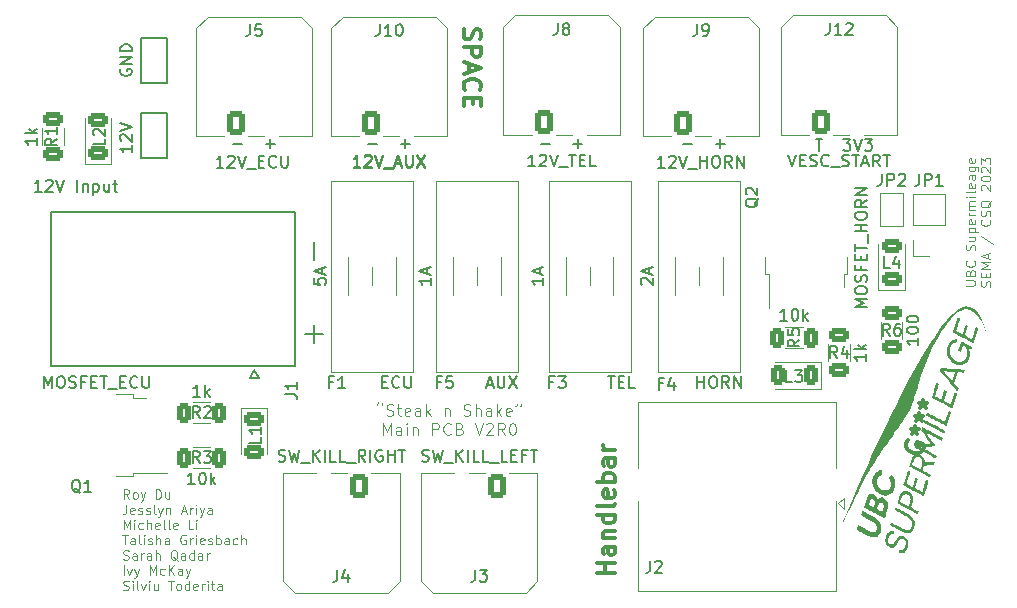
<source format=gto>
%TF.GenerationSoftware,KiCad,Pcbnew,(6.0.4)*%
%TF.CreationDate,2023-05-16T23:09:25-04:00*%
%TF.ProjectId,PROTO_PCB,50524f54-4f5f-4504-9342-2e6b69636164,rev?*%
%TF.SameCoordinates,Original*%
%TF.FileFunction,Legend,Top*%
%TF.FilePolarity,Positive*%
%FSLAX46Y46*%
G04 Gerber Fmt 4.6, Leading zero omitted, Abs format (unit mm)*
G04 Created by KiCad (PCBNEW (6.0.4)) date 2023-05-16 23:09:25*
%MOMM*%
%LPD*%
G01*
G04 APERTURE LIST*
G04 Aperture macros list*
%AMRoundRect*
0 Rectangle with rounded corners*
0 $1 Rounding radius*
0 $2 $3 $4 $5 $6 $7 $8 $9 X,Y pos of 4 corners*
0 Add a 4 corners polygon primitive as box body*
4,1,4,$2,$3,$4,$5,$6,$7,$8,$9,$2,$3,0*
0 Add four circle primitives for the rounded corners*
1,1,$1+$1,$2,$3*
1,1,$1+$1,$4,$5*
1,1,$1+$1,$6,$7*
1,1,$1+$1,$8,$9*
0 Add four rect primitives between the rounded corners*
20,1,$1+$1,$2,$3,$4,$5,0*
20,1,$1+$1,$4,$5,$6,$7,0*
20,1,$1+$1,$6,$7,$8,$9,0*
20,1,$1+$1,$8,$9,$2,$3,0*%
%AMFreePoly0*
4,1,6,1.000000,0.000000,0.500000,-0.750000,-0.500000,-0.750000,-0.500000,0.750000,0.500000,0.750000,1.000000,0.000000,1.000000,0.000000,$1*%
%AMFreePoly1*
4,1,6,0.500000,-0.750000,-0.650000,-0.750000,-0.150000,0.000000,-0.650000,0.750000,0.500000,0.750000,0.500000,-0.750000,0.500000,-0.750000,$1*%
G04 Aperture macros list end*
%ADD10C,0.100000*%
%ADD11C,0.150000*%
%ADD12C,0.200000*%
%ADD13C,0.300000*%
%ADD14C,0.120000*%
%ADD15C,0.127000*%
%ADD16C,1.226200*%
%ADD17C,1.626200*%
%ADD18C,0.010000*%
%ADD19C,4.000000*%
%ADD20R,1.800000X3.400000*%
%ADD21RoundRect,0.250000X-0.625000X0.375000X-0.625000X-0.375000X0.625000X-0.375000X0.625000X0.375000X0*%
%ADD22RoundRect,0.250000X0.375000X0.625000X-0.375000X0.625000X-0.375000X-0.625000X0.375000X-0.625000X0*%
%ADD23C,2.780000*%
%ADD24C,3.000000*%
%ADD25RoundRect,0.250000X0.500000X0.760000X-0.500000X0.760000X-0.500000X-0.760000X0.500000X-0.760000X0*%
%ADD26O,1.500000X2.020000*%
%ADD27RoundRect,0.250000X-0.500000X-0.760000X0.500000X-0.760000X0.500000X0.760000X-0.500000X0.760000X0*%
%ADD28R,2.200000X1.200000*%
%ADD29R,6.400000X5.800000*%
%ADD30R,1.200000X2.200000*%
%ADD31R,5.800000X6.400000*%
%ADD32RoundRect,0.249999X0.312501X0.625001X-0.312501X0.625001X-0.312501X-0.625001X0.312501X-0.625001X0*%
%ADD33RoundRect,0.249999X-0.312501X-0.625001X0.312501X-0.625001X0.312501X0.625001X-0.312501X0.625001X0*%
%ADD34RoundRect,0.249999X0.625001X-0.312501X0.625001X0.312501X-0.625001X0.312501X-0.625001X-0.312501X0*%
%ADD35RoundRect,0.250000X0.625000X-0.375000X0.625000X0.375000X-0.625000X0.375000X-0.625000X-0.375000X0*%
%ADD36C,3.100000*%
%ADD37RoundRect,0.249999X-0.625001X0.312501X-0.625001X-0.312501X0.625001X-0.312501X0.625001X0.312501X0*%
%ADD38C,3.250000*%
%ADD39R,1.500000X1.500000*%
%ADD40C,1.500000*%
%ADD41C,2.300000*%
%ADD42FreePoly0,270.000000*%
%ADD43FreePoly1,270.000000*%
%ADD44R,1.700000X1.700000*%
%ADD45O,1.700000X1.700000*%
G04 APERTURE END LIST*
D10*
X72136714Y-133315000D02*
X72136714Y-133267380D01*
X72184333Y-133172142D01*
X72231952Y-133124523D01*
X71755761Y-133315000D02*
X71755761Y-133267380D01*
X71803380Y-133172142D01*
X71851000Y-133124523D01*
X72565285Y-134219761D02*
X72708142Y-134267380D01*
X72946238Y-134267380D01*
X73041476Y-134219761D01*
X73089095Y-134172142D01*
X73136714Y-134076904D01*
X73136714Y-133981666D01*
X73089095Y-133886428D01*
X73041476Y-133838809D01*
X72946238Y-133791190D01*
X72755761Y-133743571D01*
X72660523Y-133695952D01*
X72612904Y-133648333D01*
X72565285Y-133553095D01*
X72565285Y-133457857D01*
X72612904Y-133362619D01*
X72660523Y-133315000D01*
X72755761Y-133267380D01*
X72993857Y-133267380D01*
X73136714Y-133315000D01*
X73422428Y-133600714D02*
X73803380Y-133600714D01*
X73565285Y-133267380D02*
X73565285Y-134124523D01*
X73612904Y-134219761D01*
X73708142Y-134267380D01*
X73803380Y-134267380D01*
X74517666Y-134219761D02*
X74422428Y-134267380D01*
X74231952Y-134267380D01*
X74136714Y-134219761D01*
X74089095Y-134124523D01*
X74089095Y-133743571D01*
X74136714Y-133648333D01*
X74231952Y-133600714D01*
X74422428Y-133600714D01*
X74517666Y-133648333D01*
X74565285Y-133743571D01*
X74565285Y-133838809D01*
X74089095Y-133934047D01*
X75422428Y-134267380D02*
X75422428Y-133743571D01*
X75374809Y-133648333D01*
X75279571Y-133600714D01*
X75089095Y-133600714D01*
X74993857Y-133648333D01*
X75422428Y-134219761D02*
X75327190Y-134267380D01*
X75089095Y-134267380D01*
X74993857Y-134219761D01*
X74946238Y-134124523D01*
X74946238Y-134029285D01*
X74993857Y-133934047D01*
X75089095Y-133886428D01*
X75327190Y-133886428D01*
X75422428Y-133838809D01*
X75898619Y-134267380D02*
X75898619Y-133267380D01*
X75993857Y-133886428D02*
X76279571Y-134267380D01*
X76279571Y-133600714D02*
X75898619Y-133981666D01*
X77470047Y-133600714D02*
X77470047Y-134267380D01*
X77470047Y-133695952D02*
X77517666Y-133648333D01*
X77612904Y-133600714D01*
X77755761Y-133600714D01*
X77851000Y-133648333D01*
X77898619Y-133743571D01*
X77898619Y-134267380D01*
X79089095Y-134219761D02*
X79231952Y-134267380D01*
X79470047Y-134267380D01*
X79565285Y-134219761D01*
X79612904Y-134172142D01*
X79660523Y-134076904D01*
X79660523Y-133981666D01*
X79612904Y-133886428D01*
X79565285Y-133838809D01*
X79470047Y-133791190D01*
X79279571Y-133743571D01*
X79184333Y-133695952D01*
X79136714Y-133648333D01*
X79089095Y-133553095D01*
X79089095Y-133457857D01*
X79136714Y-133362619D01*
X79184333Y-133315000D01*
X79279571Y-133267380D01*
X79517666Y-133267380D01*
X79660523Y-133315000D01*
X80089095Y-134267380D02*
X80089095Y-133267380D01*
X80517666Y-134267380D02*
X80517666Y-133743571D01*
X80470047Y-133648333D01*
X80374809Y-133600714D01*
X80231952Y-133600714D01*
X80136714Y-133648333D01*
X80089095Y-133695952D01*
X81422428Y-134267380D02*
X81422428Y-133743571D01*
X81374809Y-133648333D01*
X81279571Y-133600714D01*
X81089095Y-133600714D01*
X80993857Y-133648333D01*
X81422428Y-134219761D02*
X81327190Y-134267380D01*
X81089095Y-134267380D01*
X80993857Y-134219761D01*
X80946238Y-134124523D01*
X80946238Y-134029285D01*
X80993857Y-133934047D01*
X81089095Y-133886428D01*
X81327190Y-133886428D01*
X81422428Y-133838809D01*
X81898619Y-134267380D02*
X81898619Y-133267380D01*
X81993857Y-133886428D02*
X82279571Y-134267380D01*
X82279571Y-133600714D02*
X81898619Y-133981666D01*
X83089095Y-134219761D02*
X82993857Y-134267380D01*
X82803380Y-134267380D01*
X82708142Y-134219761D01*
X82660523Y-134124523D01*
X82660523Y-133743571D01*
X82708142Y-133648333D01*
X82803380Y-133600714D01*
X82993857Y-133600714D01*
X83089095Y-133648333D01*
X83136714Y-133743571D01*
X83136714Y-133838809D01*
X82660523Y-133934047D01*
X83565285Y-133267380D02*
X83565285Y-133315000D01*
X83517666Y-133410238D01*
X83470047Y-133457857D01*
X83946238Y-133267380D02*
X83946238Y-133315000D01*
X83898619Y-133410238D01*
X83851000Y-133457857D01*
X72231952Y-135877380D02*
X72231952Y-134877380D01*
X72565285Y-135591666D01*
X72898619Y-134877380D01*
X72898619Y-135877380D01*
X73803380Y-135877380D02*
X73803380Y-135353571D01*
X73755761Y-135258333D01*
X73660523Y-135210714D01*
X73470047Y-135210714D01*
X73374809Y-135258333D01*
X73803380Y-135829761D02*
X73708142Y-135877380D01*
X73470047Y-135877380D01*
X73374809Y-135829761D01*
X73327190Y-135734523D01*
X73327190Y-135639285D01*
X73374809Y-135544047D01*
X73470047Y-135496428D01*
X73708142Y-135496428D01*
X73803380Y-135448809D01*
X74279571Y-135877380D02*
X74279571Y-135210714D01*
X74279571Y-134877380D02*
X74231952Y-134925000D01*
X74279571Y-134972619D01*
X74327190Y-134925000D01*
X74279571Y-134877380D01*
X74279571Y-134972619D01*
X74755761Y-135210714D02*
X74755761Y-135877380D01*
X74755761Y-135305952D02*
X74803380Y-135258333D01*
X74898619Y-135210714D01*
X75041476Y-135210714D01*
X75136714Y-135258333D01*
X75184333Y-135353571D01*
X75184333Y-135877380D01*
X76422428Y-135877380D02*
X76422428Y-134877380D01*
X76803380Y-134877380D01*
X76898619Y-134925000D01*
X76946238Y-134972619D01*
X76993857Y-135067857D01*
X76993857Y-135210714D01*
X76946238Y-135305952D01*
X76898619Y-135353571D01*
X76803380Y-135401190D01*
X76422428Y-135401190D01*
X77993857Y-135782142D02*
X77946238Y-135829761D01*
X77803380Y-135877380D01*
X77708142Y-135877380D01*
X77565285Y-135829761D01*
X77470047Y-135734523D01*
X77422428Y-135639285D01*
X77374809Y-135448809D01*
X77374809Y-135305952D01*
X77422428Y-135115476D01*
X77470047Y-135020238D01*
X77565285Y-134925000D01*
X77708142Y-134877380D01*
X77803380Y-134877380D01*
X77946238Y-134925000D01*
X77993857Y-134972619D01*
X78755761Y-135353571D02*
X78898619Y-135401190D01*
X78946238Y-135448809D01*
X78993857Y-135544047D01*
X78993857Y-135686904D01*
X78946238Y-135782142D01*
X78898619Y-135829761D01*
X78803380Y-135877380D01*
X78422428Y-135877380D01*
X78422428Y-134877380D01*
X78755761Y-134877380D01*
X78851000Y-134925000D01*
X78898619Y-134972619D01*
X78946238Y-135067857D01*
X78946238Y-135163095D01*
X78898619Y-135258333D01*
X78851000Y-135305952D01*
X78755761Y-135353571D01*
X78422428Y-135353571D01*
X80041476Y-134877380D02*
X80374809Y-135877380D01*
X80708142Y-134877380D01*
X80993857Y-134972619D02*
X81041476Y-134925000D01*
X81136714Y-134877380D01*
X81374809Y-134877380D01*
X81470047Y-134925000D01*
X81517666Y-134972619D01*
X81565285Y-135067857D01*
X81565285Y-135163095D01*
X81517666Y-135305952D01*
X80946238Y-135877380D01*
X81565285Y-135877380D01*
X82565285Y-135877380D02*
X82231952Y-135401190D01*
X81993857Y-135877380D02*
X81993857Y-134877380D01*
X82374809Y-134877380D01*
X82470047Y-134925000D01*
X82517666Y-134972619D01*
X82565285Y-135067857D01*
X82565285Y-135210714D01*
X82517666Y-135305952D01*
X82470047Y-135353571D01*
X82374809Y-135401190D01*
X81993857Y-135401190D01*
X83184333Y-134877380D02*
X83279571Y-134877380D01*
X83374809Y-134925000D01*
X83422428Y-134972619D01*
X83470047Y-135067857D01*
X83517666Y-135258333D01*
X83517666Y-135496428D01*
X83470047Y-135686904D01*
X83422428Y-135782142D01*
X83374809Y-135829761D01*
X83279571Y-135877380D01*
X83184333Y-135877380D01*
X83089095Y-135829761D01*
X83041476Y-135782142D01*
X82993857Y-135686904D01*
X82946238Y-135496428D01*
X82946238Y-135258333D01*
X82993857Y-135067857D01*
X83041476Y-134972619D01*
X83089095Y-134925000D01*
X83184333Y-134877380D01*
D11*
X70342428Y-113228380D02*
X69771000Y-113228380D01*
X70056714Y-113228380D02*
X70056714Y-112228380D01*
X69961476Y-112371238D01*
X69866238Y-112466476D01*
X69771000Y-112514095D01*
X70723380Y-112323619D02*
X70771000Y-112276000D01*
X70866238Y-112228380D01*
X71104333Y-112228380D01*
X71199571Y-112276000D01*
X71247190Y-112323619D01*
X71294809Y-112418857D01*
X71294809Y-112514095D01*
X71247190Y-112656952D01*
X70675761Y-113228380D01*
X71294809Y-113228380D01*
X71580523Y-112228380D02*
X71913857Y-113228380D01*
X72247190Y-112228380D01*
X72342428Y-113323619D02*
X73104333Y-113323619D01*
X73294809Y-112942666D02*
X73771000Y-112942666D01*
X73199571Y-113228380D02*
X73532904Y-112228380D01*
X73866238Y-113228380D01*
X74199571Y-112228380D02*
X74199571Y-113037904D01*
X74247190Y-113133142D01*
X74294809Y-113180761D01*
X74390047Y-113228380D01*
X74580523Y-113228380D01*
X74675761Y-113180761D01*
X74723380Y-113133142D01*
X74771000Y-113037904D01*
X74771000Y-112228380D01*
X75151952Y-112228380D02*
X75818619Y-113228380D01*
X75818619Y-112228380D02*
X75151952Y-113228380D01*
X71009095Y-111196428D02*
X71771000Y-111196428D01*
X73771000Y-111196428D02*
X74532904Y-111196428D01*
X74151952Y-111577380D02*
X74151952Y-110815476D01*
X59579095Y-111196428D02*
X60341000Y-111196428D01*
X62341000Y-111196428D02*
X63102904Y-111196428D01*
X62721952Y-111577380D02*
X62721952Y-110815476D01*
D12*
X66405142Y-119539285D02*
X66405142Y-121063095D01*
X66405142Y-126586904D02*
X66405142Y-128110714D01*
X65643238Y-127348809D02*
X67167047Y-127348809D01*
D11*
X108882329Y-110801734D02*
X109453758Y-110801734D01*
X109168043Y-111801734D02*
X109168043Y-110801734D01*
X111215662Y-110801734D02*
X111834710Y-110801734D01*
X111501377Y-111182687D01*
X111644234Y-111182687D01*
X111739472Y-111230306D01*
X111787091Y-111277925D01*
X111834710Y-111373163D01*
X111834710Y-111611258D01*
X111787091Y-111706496D01*
X111739472Y-111754115D01*
X111644234Y-111801734D01*
X111358520Y-111801734D01*
X111263281Y-111754115D01*
X111215662Y-111706496D01*
X112120424Y-110801734D02*
X112453758Y-111801734D01*
X112787091Y-110801734D01*
X113025186Y-110801734D02*
X113644234Y-110801734D01*
X113310901Y-111182687D01*
X113453758Y-111182687D01*
X113548996Y-111230306D01*
X113596615Y-111277925D01*
X113644234Y-111373163D01*
X113644234Y-111611258D01*
X113596615Y-111706496D01*
X113548996Y-111754115D01*
X113453758Y-111801734D01*
X113168043Y-111801734D01*
X113072805Y-111754115D01*
X113025186Y-111706496D01*
D10*
X50750619Y-141277904D02*
X50483952Y-140896952D01*
X50293476Y-141277904D02*
X50293476Y-140477904D01*
X50598238Y-140477904D01*
X50674428Y-140516000D01*
X50712523Y-140554095D01*
X50750619Y-140630285D01*
X50750619Y-140744571D01*
X50712523Y-140820761D01*
X50674428Y-140858857D01*
X50598238Y-140896952D01*
X50293476Y-140896952D01*
X51207761Y-141277904D02*
X51131571Y-141239809D01*
X51093476Y-141201714D01*
X51055380Y-141125523D01*
X51055380Y-140896952D01*
X51093476Y-140820761D01*
X51131571Y-140782666D01*
X51207761Y-140744571D01*
X51322047Y-140744571D01*
X51398238Y-140782666D01*
X51436333Y-140820761D01*
X51474428Y-140896952D01*
X51474428Y-141125523D01*
X51436333Y-141201714D01*
X51398238Y-141239809D01*
X51322047Y-141277904D01*
X51207761Y-141277904D01*
X51741095Y-140744571D02*
X51931571Y-141277904D01*
X52122047Y-140744571D02*
X51931571Y-141277904D01*
X51855380Y-141468380D01*
X51817285Y-141506476D01*
X51741095Y-141544571D01*
X53036333Y-141277904D02*
X53036333Y-140477904D01*
X53226809Y-140477904D01*
X53341095Y-140516000D01*
X53417285Y-140592190D01*
X53455380Y-140668380D01*
X53493476Y-140820761D01*
X53493476Y-140935047D01*
X53455380Y-141087428D01*
X53417285Y-141163619D01*
X53341095Y-141239809D01*
X53226809Y-141277904D01*
X53036333Y-141277904D01*
X54179190Y-140744571D02*
X54179190Y-141277904D01*
X53836333Y-140744571D02*
X53836333Y-141163619D01*
X53874428Y-141239809D01*
X53950619Y-141277904D01*
X54064904Y-141277904D01*
X54141095Y-141239809D01*
X54179190Y-141201714D01*
X50522047Y-141765904D02*
X50522047Y-142337333D01*
X50483952Y-142451619D01*
X50407761Y-142527809D01*
X50293476Y-142565904D01*
X50217285Y-142565904D01*
X51207761Y-142527809D02*
X51131571Y-142565904D01*
X50979190Y-142565904D01*
X50903000Y-142527809D01*
X50864904Y-142451619D01*
X50864904Y-142146857D01*
X50903000Y-142070666D01*
X50979190Y-142032571D01*
X51131571Y-142032571D01*
X51207761Y-142070666D01*
X51245857Y-142146857D01*
X51245857Y-142223047D01*
X50864904Y-142299238D01*
X51550619Y-142527809D02*
X51626809Y-142565904D01*
X51779190Y-142565904D01*
X51855380Y-142527809D01*
X51893476Y-142451619D01*
X51893476Y-142413523D01*
X51855380Y-142337333D01*
X51779190Y-142299238D01*
X51664904Y-142299238D01*
X51588714Y-142261142D01*
X51550619Y-142184952D01*
X51550619Y-142146857D01*
X51588714Y-142070666D01*
X51664904Y-142032571D01*
X51779190Y-142032571D01*
X51855380Y-142070666D01*
X52198238Y-142527809D02*
X52274428Y-142565904D01*
X52426809Y-142565904D01*
X52503000Y-142527809D01*
X52541095Y-142451619D01*
X52541095Y-142413523D01*
X52503000Y-142337333D01*
X52426809Y-142299238D01*
X52312523Y-142299238D01*
X52236333Y-142261142D01*
X52198238Y-142184952D01*
X52198238Y-142146857D01*
X52236333Y-142070666D01*
X52312523Y-142032571D01*
X52426809Y-142032571D01*
X52503000Y-142070666D01*
X52998238Y-142565904D02*
X52922047Y-142527809D01*
X52883952Y-142451619D01*
X52883952Y-141765904D01*
X53226809Y-142032571D02*
X53417285Y-142565904D01*
X53607761Y-142032571D02*
X53417285Y-142565904D01*
X53341095Y-142756380D01*
X53303000Y-142794476D01*
X53226809Y-142832571D01*
X53912523Y-142032571D02*
X53912523Y-142565904D01*
X53912523Y-142108761D02*
X53950619Y-142070666D01*
X54026809Y-142032571D01*
X54141095Y-142032571D01*
X54217285Y-142070666D01*
X54255380Y-142146857D01*
X54255380Y-142565904D01*
X55207761Y-142337333D02*
X55588714Y-142337333D01*
X55131571Y-142565904D02*
X55398238Y-141765904D01*
X55664904Y-142565904D01*
X55931571Y-142565904D02*
X55931571Y-142032571D01*
X55931571Y-142184952D02*
X55969666Y-142108761D01*
X56007761Y-142070666D01*
X56083952Y-142032571D01*
X56160142Y-142032571D01*
X56426809Y-142565904D02*
X56426809Y-142032571D01*
X56426809Y-141765904D02*
X56388714Y-141804000D01*
X56426809Y-141842095D01*
X56464904Y-141804000D01*
X56426809Y-141765904D01*
X56426809Y-141842095D01*
X56731571Y-142032571D02*
X56922047Y-142565904D01*
X57112523Y-142032571D02*
X56922047Y-142565904D01*
X56845857Y-142756380D01*
X56807761Y-142794476D01*
X56731571Y-142832571D01*
X57760142Y-142565904D02*
X57760142Y-142146857D01*
X57722047Y-142070666D01*
X57645857Y-142032571D01*
X57493476Y-142032571D01*
X57417285Y-142070666D01*
X57760142Y-142527809D02*
X57683952Y-142565904D01*
X57493476Y-142565904D01*
X57417285Y-142527809D01*
X57379190Y-142451619D01*
X57379190Y-142375428D01*
X57417285Y-142299238D01*
X57493476Y-142261142D01*
X57683952Y-142261142D01*
X57760142Y-142223047D01*
X50293476Y-143853904D02*
X50293476Y-143053904D01*
X50560142Y-143625333D01*
X50826809Y-143053904D01*
X50826809Y-143853904D01*
X51207761Y-143853904D02*
X51207761Y-143320571D01*
X51207761Y-143053904D02*
X51169666Y-143092000D01*
X51207761Y-143130095D01*
X51245857Y-143092000D01*
X51207761Y-143053904D01*
X51207761Y-143130095D01*
X51931571Y-143815809D02*
X51855380Y-143853904D01*
X51703000Y-143853904D01*
X51626809Y-143815809D01*
X51588714Y-143777714D01*
X51550619Y-143701523D01*
X51550619Y-143472952D01*
X51588714Y-143396761D01*
X51626809Y-143358666D01*
X51703000Y-143320571D01*
X51855380Y-143320571D01*
X51931571Y-143358666D01*
X52274428Y-143853904D02*
X52274428Y-143053904D01*
X52617285Y-143853904D02*
X52617285Y-143434857D01*
X52579190Y-143358666D01*
X52503000Y-143320571D01*
X52388714Y-143320571D01*
X52312523Y-143358666D01*
X52274428Y-143396761D01*
X53303000Y-143815809D02*
X53226809Y-143853904D01*
X53074428Y-143853904D01*
X52998238Y-143815809D01*
X52960142Y-143739619D01*
X52960142Y-143434857D01*
X52998238Y-143358666D01*
X53074428Y-143320571D01*
X53226809Y-143320571D01*
X53303000Y-143358666D01*
X53341095Y-143434857D01*
X53341095Y-143511047D01*
X52960142Y-143587238D01*
X53798238Y-143853904D02*
X53722047Y-143815809D01*
X53683952Y-143739619D01*
X53683952Y-143053904D01*
X54217285Y-143853904D02*
X54141095Y-143815809D01*
X54103000Y-143739619D01*
X54103000Y-143053904D01*
X54826809Y-143815809D02*
X54750619Y-143853904D01*
X54598238Y-143853904D01*
X54522047Y-143815809D01*
X54483952Y-143739619D01*
X54483952Y-143434857D01*
X54522047Y-143358666D01*
X54598238Y-143320571D01*
X54750619Y-143320571D01*
X54826809Y-143358666D01*
X54864904Y-143434857D01*
X54864904Y-143511047D01*
X54483952Y-143587238D01*
X56198238Y-143853904D02*
X55817285Y-143853904D01*
X55817285Y-143053904D01*
X56464904Y-143853904D02*
X56464904Y-143320571D01*
X56464904Y-143053904D02*
X56426809Y-143092000D01*
X56464904Y-143130095D01*
X56503000Y-143092000D01*
X56464904Y-143053904D01*
X56464904Y-143130095D01*
X50179190Y-144341904D02*
X50636333Y-144341904D01*
X50407761Y-145141904D02*
X50407761Y-144341904D01*
X51245857Y-145141904D02*
X51245857Y-144722857D01*
X51207761Y-144646666D01*
X51131571Y-144608571D01*
X50979190Y-144608571D01*
X50903000Y-144646666D01*
X51245857Y-145103809D02*
X51169666Y-145141904D01*
X50979190Y-145141904D01*
X50903000Y-145103809D01*
X50864904Y-145027619D01*
X50864904Y-144951428D01*
X50903000Y-144875238D01*
X50979190Y-144837142D01*
X51169666Y-144837142D01*
X51245857Y-144799047D01*
X51741095Y-145141904D02*
X51664904Y-145103809D01*
X51626809Y-145027619D01*
X51626809Y-144341904D01*
X52045857Y-145141904D02*
X52045857Y-144608571D01*
X52045857Y-144341904D02*
X52007761Y-144380000D01*
X52045857Y-144418095D01*
X52083952Y-144380000D01*
X52045857Y-144341904D01*
X52045857Y-144418095D01*
X52388714Y-145103809D02*
X52464904Y-145141904D01*
X52617285Y-145141904D01*
X52693476Y-145103809D01*
X52731571Y-145027619D01*
X52731571Y-144989523D01*
X52693476Y-144913333D01*
X52617285Y-144875238D01*
X52503000Y-144875238D01*
X52426809Y-144837142D01*
X52388714Y-144760952D01*
X52388714Y-144722857D01*
X52426809Y-144646666D01*
X52503000Y-144608571D01*
X52617285Y-144608571D01*
X52693476Y-144646666D01*
X53074428Y-145141904D02*
X53074428Y-144341904D01*
X53417285Y-145141904D02*
X53417285Y-144722857D01*
X53379190Y-144646666D01*
X53303000Y-144608571D01*
X53188714Y-144608571D01*
X53112523Y-144646666D01*
X53074428Y-144684761D01*
X54141095Y-145141904D02*
X54141095Y-144722857D01*
X54103000Y-144646666D01*
X54026809Y-144608571D01*
X53874428Y-144608571D01*
X53798238Y-144646666D01*
X54141095Y-145103809D02*
X54064904Y-145141904D01*
X53874428Y-145141904D01*
X53798238Y-145103809D01*
X53760142Y-145027619D01*
X53760142Y-144951428D01*
X53798238Y-144875238D01*
X53874428Y-144837142D01*
X54064904Y-144837142D01*
X54141095Y-144799047D01*
X55550619Y-144380000D02*
X55474428Y-144341904D01*
X55360142Y-144341904D01*
X55245857Y-144380000D01*
X55169666Y-144456190D01*
X55131571Y-144532380D01*
X55093476Y-144684761D01*
X55093476Y-144799047D01*
X55131571Y-144951428D01*
X55169666Y-145027619D01*
X55245857Y-145103809D01*
X55360142Y-145141904D01*
X55436333Y-145141904D01*
X55550619Y-145103809D01*
X55588714Y-145065714D01*
X55588714Y-144799047D01*
X55436333Y-144799047D01*
X55931571Y-145141904D02*
X55931571Y-144608571D01*
X55931571Y-144760952D02*
X55969666Y-144684761D01*
X56007761Y-144646666D01*
X56083952Y-144608571D01*
X56160142Y-144608571D01*
X56426809Y-145141904D02*
X56426809Y-144608571D01*
X56426809Y-144341904D02*
X56388714Y-144380000D01*
X56426809Y-144418095D01*
X56464904Y-144380000D01*
X56426809Y-144341904D01*
X56426809Y-144418095D01*
X57112523Y-145103809D02*
X57036333Y-145141904D01*
X56883952Y-145141904D01*
X56807761Y-145103809D01*
X56769666Y-145027619D01*
X56769666Y-144722857D01*
X56807761Y-144646666D01*
X56883952Y-144608571D01*
X57036333Y-144608571D01*
X57112523Y-144646666D01*
X57150619Y-144722857D01*
X57150619Y-144799047D01*
X56769666Y-144875238D01*
X57455380Y-145103809D02*
X57531571Y-145141904D01*
X57683952Y-145141904D01*
X57760142Y-145103809D01*
X57798238Y-145027619D01*
X57798238Y-144989523D01*
X57760142Y-144913333D01*
X57683952Y-144875238D01*
X57569666Y-144875238D01*
X57493476Y-144837142D01*
X57455380Y-144760952D01*
X57455380Y-144722857D01*
X57493476Y-144646666D01*
X57569666Y-144608571D01*
X57683952Y-144608571D01*
X57760142Y-144646666D01*
X58141095Y-145141904D02*
X58141095Y-144341904D01*
X58141095Y-144646666D02*
X58217285Y-144608571D01*
X58369666Y-144608571D01*
X58445857Y-144646666D01*
X58483952Y-144684761D01*
X58522047Y-144760952D01*
X58522047Y-144989523D01*
X58483952Y-145065714D01*
X58445857Y-145103809D01*
X58369666Y-145141904D01*
X58217285Y-145141904D01*
X58141095Y-145103809D01*
X59207761Y-145141904D02*
X59207761Y-144722857D01*
X59169666Y-144646666D01*
X59093476Y-144608571D01*
X58941095Y-144608571D01*
X58864904Y-144646666D01*
X59207761Y-145103809D02*
X59131571Y-145141904D01*
X58941095Y-145141904D01*
X58864904Y-145103809D01*
X58826809Y-145027619D01*
X58826809Y-144951428D01*
X58864904Y-144875238D01*
X58941095Y-144837142D01*
X59131571Y-144837142D01*
X59207761Y-144799047D01*
X59931571Y-145103809D02*
X59855380Y-145141904D01*
X59703000Y-145141904D01*
X59626809Y-145103809D01*
X59588714Y-145065714D01*
X59550619Y-144989523D01*
X59550619Y-144760952D01*
X59588714Y-144684761D01*
X59626809Y-144646666D01*
X59703000Y-144608571D01*
X59855380Y-144608571D01*
X59931571Y-144646666D01*
X60274428Y-145141904D02*
X60274428Y-144341904D01*
X60617285Y-145141904D02*
X60617285Y-144722857D01*
X60579190Y-144646666D01*
X60503000Y-144608571D01*
X60388714Y-144608571D01*
X60312523Y-144646666D01*
X60274428Y-144684761D01*
X50255380Y-146391809D02*
X50369666Y-146429904D01*
X50560142Y-146429904D01*
X50636333Y-146391809D01*
X50674428Y-146353714D01*
X50712523Y-146277523D01*
X50712523Y-146201333D01*
X50674428Y-146125142D01*
X50636333Y-146087047D01*
X50560142Y-146048952D01*
X50407761Y-146010857D01*
X50331571Y-145972761D01*
X50293476Y-145934666D01*
X50255380Y-145858476D01*
X50255380Y-145782285D01*
X50293476Y-145706095D01*
X50331571Y-145668000D01*
X50407761Y-145629904D01*
X50598238Y-145629904D01*
X50712523Y-145668000D01*
X51398238Y-146429904D02*
X51398238Y-146010857D01*
X51360142Y-145934666D01*
X51283952Y-145896571D01*
X51131571Y-145896571D01*
X51055380Y-145934666D01*
X51398238Y-146391809D02*
X51322047Y-146429904D01*
X51131571Y-146429904D01*
X51055380Y-146391809D01*
X51017285Y-146315619D01*
X51017285Y-146239428D01*
X51055380Y-146163238D01*
X51131571Y-146125142D01*
X51322047Y-146125142D01*
X51398238Y-146087047D01*
X51779190Y-146429904D02*
X51779190Y-145896571D01*
X51779190Y-146048952D02*
X51817285Y-145972761D01*
X51855380Y-145934666D01*
X51931571Y-145896571D01*
X52007761Y-145896571D01*
X52617285Y-146429904D02*
X52617285Y-146010857D01*
X52579190Y-145934666D01*
X52503000Y-145896571D01*
X52350619Y-145896571D01*
X52274428Y-145934666D01*
X52617285Y-146391809D02*
X52541095Y-146429904D01*
X52350619Y-146429904D01*
X52274428Y-146391809D01*
X52236333Y-146315619D01*
X52236333Y-146239428D01*
X52274428Y-146163238D01*
X52350619Y-146125142D01*
X52541095Y-146125142D01*
X52617285Y-146087047D01*
X52998238Y-146429904D02*
X52998238Y-145629904D01*
X53341095Y-146429904D02*
X53341095Y-146010857D01*
X53303000Y-145934666D01*
X53226809Y-145896571D01*
X53112523Y-145896571D01*
X53036333Y-145934666D01*
X52998238Y-145972761D01*
X54864904Y-146506095D02*
X54788714Y-146468000D01*
X54712523Y-146391809D01*
X54598238Y-146277523D01*
X54522047Y-146239428D01*
X54445857Y-146239428D01*
X54483952Y-146429904D02*
X54407761Y-146391809D01*
X54331571Y-146315619D01*
X54293476Y-146163238D01*
X54293476Y-145896571D01*
X54331571Y-145744190D01*
X54407761Y-145668000D01*
X54483952Y-145629904D01*
X54636333Y-145629904D01*
X54712523Y-145668000D01*
X54788714Y-145744190D01*
X54826809Y-145896571D01*
X54826809Y-146163238D01*
X54788714Y-146315619D01*
X54712523Y-146391809D01*
X54636333Y-146429904D01*
X54483952Y-146429904D01*
X55512523Y-146429904D02*
X55512523Y-146010857D01*
X55474428Y-145934666D01*
X55398238Y-145896571D01*
X55245857Y-145896571D01*
X55169666Y-145934666D01*
X55512523Y-146391809D02*
X55436333Y-146429904D01*
X55245857Y-146429904D01*
X55169666Y-146391809D01*
X55131571Y-146315619D01*
X55131571Y-146239428D01*
X55169666Y-146163238D01*
X55245857Y-146125142D01*
X55436333Y-146125142D01*
X55512523Y-146087047D01*
X56236333Y-146429904D02*
X56236333Y-145629904D01*
X56236333Y-146391809D02*
X56160142Y-146429904D01*
X56007761Y-146429904D01*
X55931571Y-146391809D01*
X55893476Y-146353714D01*
X55855380Y-146277523D01*
X55855380Y-146048952D01*
X55893476Y-145972761D01*
X55931571Y-145934666D01*
X56007761Y-145896571D01*
X56160142Y-145896571D01*
X56236333Y-145934666D01*
X56960142Y-146429904D02*
X56960142Y-146010857D01*
X56922047Y-145934666D01*
X56845857Y-145896571D01*
X56693476Y-145896571D01*
X56617285Y-145934666D01*
X56960142Y-146391809D02*
X56883952Y-146429904D01*
X56693476Y-146429904D01*
X56617285Y-146391809D01*
X56579190Y-146315619D01*
X56579190Y-146239428D01*
X56617285Y-146163238D01*
X56693476Y-146125142D01*
X56883952Y-146125142D01*
X56960142Y-146087047D01*
X57341095Y-146429904D02*
X57341095Y-145896571D01*
X57341095Y-146048952D02*
X57379190Y-145972761D01*
X57417285Y-145934666D01*
X57493476Y-145896571D01*
X57569666Y-145896571D01*
X50293476Y-147717904D02*
X50293476Y-146917904D01*
X50598238Y-147184571D02*
X50788714Y-147717904D01*
X50979190Y-147184571D01*
X51207761Y-147184571D02*
X51398238Y-147717904D01*
X51588714Y-147184571D02*
X51398238Y-147717904D01*
X51322047Y-147908380D01*
X51283952Y-147946476D01*
X51207761Y-147984571D01*
X52503000Y-147717904D02*
X52503000Y-146917904D01*
X52769666Y-147489333D01*
X53036333Y-146917904D01*
X53036333Y-147717904D01*
X53760142Y-147679809D02*
X53683952Y-147717904D01*
X53531571Y-147717904D01*
X53455380Y-147679809D01*
X53417285Y-147641714D01*
X53379190Y-147565523D01*
X53379190Y-147336952D01*
X53417285Y-147260761D01*
X53455380Y-147222666D01*
X53531571Y-147184571D01*
X53683952Y-147184571D01*
X53760142Y-147222666D01*
X54103000Y-147717904D02*
X54103000Y-146917904D01*
X54560142Y-147717904D02*
X54217285Y-147260761D01*
X54560142Y-146917904D02*
X54103000Y-147375047D01*
X55245857Y-147717904D02*
X55245857Y-147298857D01*
X55207761Y-147222666D01*
X55131571Y-147184571D01*
X54979190Y-147184571D01*
X54903000Y-147222666D01*
X55245857Y-147679809D02*
X55169666Y-147717904D01*
X54979190Y-147717904D01*
X54903000Y-147679809D01*
X54864904Y-147603619D01*
X54864904Y-147527428D01*
X54903000Y-147451238D01*
X54979190Y-147413142D01*
X55169666Y-147413142D01*
X55245857Y-147375047D01*
X55550619Y-147184571D02*
X55741095Y-147717904D01*
X55931571Y-147184571D02*
X55741095Y-147717904D01*
X55664904Y-147908380D01*
X55626809Y-147946476D01*
X55550619Y-147984571D01*
X50255380Y-148967809D02*
X50369666Y-149005904D01*
X50560142Y-149005904D01*
X50636333Y-148967809D01*
X50674428Y-148929714D01*
X50712523Y-148853523D01*
X50712523Y-148777333D01*
X50674428Y-148701142D01*
X50636333Y-148663047D01*
X50560142Y-148624952D01*
X50407761Y-148586857D01*
X50331571Y-148548761D01*
X50293476Y-148510666D01*
X50255380Y-148434476D01*
X50255380Y-148358285D01*
X50293476Y-148282095D01*
X50331571Y-148244000D01*
X50407761Y-148205904D01*
X50598238Y-148205904D01*
X50712523Y-148244000D01*
X51055380Y-149005904D02*
X51055380Y-148472571D01*
X51055380Y-148205904D02*
X51017285Y-148244000D01*
X51055380Y-148282095D01*
X51093476Y-148244000D01*
X51055380Y-148205904D01*
X51055380Y-148282095D01*
X51550619Y-149005904D02*
X51474428Y-148967809D01*
X51436333Y-148891619D01*
X51436333Y-148205904D01*
X51779190Y-148472571D02*
X51969666Y-149005904D01*
X52160142Y-148472571D01*
X52464904Y-149005904D02*
X52464904Y-148472571D01*
X52464904Y-148205904D02*
X52426809Y-148244000D01*
X52464904Y-148282095D01*
X52503000Y-148244000D01*
X52464904Y-148205904D01*
X52464904Y-148282095D01*
X53188714Y-148472571D02*
X53188714Y-149005904D01*
X52845857Y-148472571D02*
X52845857Y-148891619D01*
X52883952Y-148967809D01*
X52960142Y-149005904D01*
X53074428Y-149005904D01*
X53150619Y-148967809D01*
X53188714Y-148929714D01*
X54064904Y-148205904D02*
X54522047Y-148205904D01*
X54293476Y-149005904D02*
X54293476Y-148205904D01*
X54903000Y-149005904D02*
X54826809Y-148967809D01*
X54788714Y-148929714D01*
X54750619Y-148853523D01*
X54750619Y-148624952D01*
X54788714Y-148548761D01*
X54826809Y-148510666D01*
X54903000Y-148472571D01*
X55017285Y-148472571D01*
X55093476Y-148510666D01*
X55131571Y-148548761D01*
X55169666Y-148624952D01*
X55169666Y-148853523D01*
X55131571Y-148929714D01*
X55093476Y-148967809D01*
X55017285Y-149005904D01*
X54903000Y-149005904D01*
X55855380Y-149005904D02*
X55855380Y-148205904D01*
X55855380Y-148967809D02*
X55779190Y-149005904D01*
X55626809Y-149005904D01*
X55550619Y-148967809D01*
X55512523Y-148929714D01*
X55474428Y-148853523D01*
X55474428Y-148624952D01*
X55512523Y-148548761D01*
X55550619Y-148510666D01*
X55626809Y-148472571D01*
X55779190Y-148472571D01*
X55855380Y-148510666D01*
X56541095Y-148967809D02*
X56464904Y-149005904D01*
X56312523Y-149005904D01*
X56236333Y-148967809D01*
X56198238Y-148891619D01*
X56198238Y-148586857D01*
X56236333Y-148510666D01*
X56312523Y-148472571D01*
X56464904Y-148472571D01*
X56541095Y-148510666D01*
X56579190Y-148586857D01*
X56579190Y-148663047D01*
X56198238Y-148739238D01*
X56922047Y-149005904D02*
X56922047Y-148472571D01*
X56922047Y-148624952D02*
X56960142Y-148548761D01*
X56998238Y-148510666D01*
X57074428Y-148472571D01*
X57150619Y-148472571D01*
X57417285Y-149005904D02*
X57417285Y-148472571D01*
X57417285Y-148205904D02*
X57379190Y-148244000D01*
X57417285Y-148282095D01*
X57455380Y-148244000D01*
X57417285Y-148205904D01*
X57417285Y-148282095D01*
X57683952Y-148472571D02*
X57988714Y-148472571D01*
X57798238Y-148205904D02*
X57798238Y-148891619D01*
X57836333Y-148967809D01*
X57912523Y-149005904D01*
X57988714Y-149005904D01*
X58598238Y-149005904D02*
X58598238Y-148586857D01*
X58560142Y-148510666D01*
X58483952Y-148472571D01*
X58331571Y-148472571D01*
X58255380Y-148510666D01*
X58598238Y-148967809D02*
X58522047Y-149005904D01*
X58331571Y-149005904D01*
X58255380Y-148967809D01*
X58217285Y-148891619D01*
X58217285Y-148815428D01*
X58255380Y-148739238D01*
X58331571Y-148701142D01*
X58522047Y-148701142D01*
X58598238Y-148663047D01*
D11*
X98877666Y-131897380D02*
X98877666Y-130897380D01*
X98877666Y-131373571D02*
X99449095Y-131373571D01*
X99449095Y-131897380D02*
X99449095Y-130897380D01*
X100115761Y-130897380D02*
X100306238Y-130897380D01*
X100401476Y-130945000D01*
X100496714Y-131040238D01*
X100544333Y-131230714D01*
X100544333Y-131564047D01*
X100496714Y-131754523D01*
X100401476Y-131849761D01*
X100306238Y-131897380D01*
X100115761Y-131897380D01*
X100020523Y-131849761D01*
X99925285Y-131754523D01*
X99877666Y-131564047D01*
X99877666Y-131230714D01*
X99925285Y-131040238D01*
X100020523Y-130945000D01*
X100115761Y-130897380D01*
X101544333Y-131897380D02*
X101211000Y-131421190D01*
X100972904Y-131897380D02*
X100972904Y-130897380D01*
X101353857Y-130897380D01*
X101449095Y-130945000D01*
X101496714Y-130992619D01*
X101544333Y-131087857D01*
X101544333Y-131230714D01*
X101496714Y-131325952D01*
X101449095Y-131373571D01*
X101353857Y-131421190D01*
X100972904Y-131421190D01*
X101972904Y-131897380D02*
X101972904Y-130897380D01*
X102544333Y-131897380D01*
X102544333Y-130897380D01*
D13*
X79148857Y-101525000D02*
X79077428Y-101739285D01*
X79077428Y-102096428D01*
X79148857Y-102239285D01*
X79220285Y-102310714D01*
X79363142Y-102382142D01*
X79506000Y-102382142D01*
X79648857Y-102310714D01*
X79720285Y-102239285D01*
X79791714Y-102096428D01*
X79863142Y-101810714D01*
X79934571Y-101667857D01*
X80006000Y-101596428D01*
X80148857Y-101525000D01*
X80291714Y-101525000D01*
X80434571Y-101596428D01*
X80506000Y-101667857D01*
X80577428Y-101810714D01*
X80577428Y-102167857D01*
X80506000Y-102382142D01*
X79077428Y-103025000D02*
X80577428Y-103025000D01*
X80577428Y-103596428D01*
X80506000Y-103739285D01*
X80434571Y-103810714D01*
X80291714Y-103882142D01*
X80077428Y-103882142D01*
X79934571Y-103810714D01*
X79863142Y-103739285D01*
X79791714Y-103596428D01*
X79791714Y-103025000D01*
X79506000Y-104453571D02*
X79506000Y-105167857D01*
X79077428Y-104310714D02*
X80577428Y-104810714D01*
X79077428Y-105310714D01*
X79220285Y-106667857D02*
X79148857Y-106596428D01*
X79077428Y-106382142D01*
X79077428Y-106239285D01*
X79148857Y-106025000D01*
X79291714Y-105882142D01*
X79434571Y-105810714D01*
X79720285Y-105739285D01*
X79934571Y-105739285D01*
X80220285Y-105810714D01*
X80363142Y-105882142D01*
X80506000Y-106025000D01*
X80577428Y-106239285D01*
X80577428Y-106382142D01*
X80506000Y-106596428D01*
X80434571Y-106667857D01*
X79863142Y-107310714D02*
X79863142Y-107810714D01*
X79077428Y-108025000D02*
X79077428Y-107310714D01*
X80577428Y-107310714D01*
X80577428Y-108025000D01*
D11*
X85614095Y-111196428D02*
X86376000Y-111196428D01*
X88376000Y-111196428D02*
X89137904Y-111196428D01*
X88756952Y-111577380D02*
X88756952Y-110815476D01*
D10*
X121599904Y-123227428D02*
X122247523Y-123227428D01*
X122323714Y-123189333D01*
X122361809Y-123151238D01*
X122399904Y-123075047D01*
X122399904Y-122922666D01*
X122361809Y-122846476D01*
X122323714Y-122808380D01*
X122247523Y-122770285D01*
X121599904Y-122770285D01*
X121980857Y-122122666D02*
X122018952Y-122008380D01*
X122057047Y-121970285D01*
X122133238Y-121932190D01*
X122247523Y-121932190D01*
X122323714Y-121970285D01*
X122361809Y-122008380D01*
X122399904Y-122084571D01*
X122399904Y-122389333D01*
X121599904Y-122389333D01*
X121599904Y-122122666D01*
X121638000Y-122046476D01*
X121676095Y-122008380D01*
X121752285Y-121970285D01*
X121828476Y-121970285D01*
X121904666Y-122008380D01*
X121942761Y-122046476D01*
X121980857Y-122122666D01*
X121980857Y-122389333D01*
X122323714Y-121132190D02*
X122361809Y-121170285D01*
X122399904Y-121284571D01*
X122399904Y-121360761D01*
X122361809Y-121475047D01*
X122285619Y-121551238D01*
X122209428Y-121589333D01*
X122057047Y-121627428D01*
X121942761Y-121627428D01*
X121790380Y-121589333D01*
X121714190Y-121551238D01*
X121638000Y-121475047D01*
X121599904Y-121360761D01*
X121599904Y-121284571D01*
X121638000Y-121170285D01*
X121676095Y-121132190D01*
X122361809Y-120217904D02*
X122399904Y-120103619D01*
X122399904Y-119913142D01*
X122361809Y-119836952D01*
X122323714Y-119798857D01*
X122247523Y-119760761D01*
X122171333Y-119760761D01*
X122095142Y-119798857D01*
X122057047Y-119836952D01*
X122018952Y-119913142D01*
X121980857Y-120065523D01*
X121942761Y-120141714D01*
X121904666Y-120179809D01*
X121828476Y-120217904D01*
X121752285Y-120217904D01*
X121676095Y-120179809D01*
X121638000Y-120141714D01*
X121599904Y-120065523D01*
X121599904Y-119875047D01*
X121638000Y-119760761D01*
X121866571Y-119075047D02*
X122399904Y-119075047D01*
X121866571Y-119417904D02*
X122285619Y-119417904D01*
X122361809Y-119379809D01*
X122399904Y-119303619D01*
X122399904Y-119189333D01*
X122361809Y-119113142D01*
X122323714Y-119075047D01*
X121866571Y-118694095D02*
X122666571Y-118694095D01*
X121904666Y-118694095D02*
X121866571Y-118617904D01*
X121866571Y-118465523D01*
X121904666Y-118389333D01*
X121942761Y-118351238D01*
X122018952Y-118313142D01*
X122247523Y-118313142D01*
X122323714Y-118351238D01*
X122361809Y-118389333D01*
X122399904Y-118465523D01*
X122399904Y-118617904D01*
X122361809Y-118694095D01*
X122361809Y-117665523D02*
X122399904Y-117741714D01*
X122399904Y-117894095D01*
X122361809Y-117970285D01*
X122285619Y-118008380D01*
X121980857Y-118008380D01*
X121904666Y-117970285D01*
X121866571Y-117894095D01*
X121866571Y-117741714D01*
X121904666Y-117665523D01*
X121980857Y-117627428D01*
X122057047Y-117627428D01*
X122133238Y-118008380D01*
X122399904Y-117284571D02*
X121866571Y-117284571D01*
X122018952Y-117284571D02*
X121942761Y-117246476D01*
X121904666Y-117208380D01*
X121866571Y-117132190D01*
X121866571Y-117056000D01*
X122399904Y-116789333D02*
X121866571Y-116789333D01*
X121942761Y-116789333D02*
X121904666Y-116751238D01*
X121866571Y-116675047D01*
X121866571Y-116560761D01*
X121904666Y-116484571D01*
X121980857Y-116446476D01*
X122399904Y-116446476D01*
X121980857Y-116446476D02*
X121904666Y-116408380D01*
X121866571Y-116332190D01*
X121866571Y-116217904D01*
X121904666Y-116141714D01*
X121980857Y-116103619D01*
X122399904Y-116103619D01*
X122399904Y-115722666D02*
X121866571Y-115722666D01*
X121599904Y-115722666D02*
X121638000Y-115760761D01*
X121676095Y-115722666D01*
X121638000Y-115684571D01*
X121599904Y-115722666D01*
X121676095Y-115722666D01*
X122399904Y-115227428D02*
X122361809Y-115303619D01*
X122285619Y-115341714D01*
X121599904Y-115341714D01*
X122361809Y-114617904D02*
X122399904Y-114694095D01*
X122399904Y-114846476D01*
X122361809Y-114922666D01*
X122285619Y-114960761D01*
X121980857Y-114960761D01*
X121904666Y-114922666D01*
X121866571Y-114846476D01*
X121866571Y-114694095D01*
X121904666Y-114617904D01*
X121980857Y-114579809D01*
X122057047Y-114579809D01*
X122133238Y-114960761D01*
X122399904Y-113894095D02*
X121980857Y-113894095D01*
X121904666Y-113932190D01*
X121866571Y-114008380D01*
X121866571Y-114160761D01*
X121904666Y-114236952D01*
X122361809Y-113894095D02*
X122399904Y-113970285D01*
X122399904Y-114160761D01*
X122361809Y-114236952D01*
X122285619Y-114275047D01*
X122209428Y-114275047D01*
X122133238Y-114236952D01*
X122095142Y-114160761D01*
X122095142Y-113970285D01*
X122057047Y-113894095D01*
X121866571Y-113170285D02*
X122514190Y-113170285D01*
X122590380Y-113208380D01*
X122628476Y-113246476D01*
X122666571Y-113322666D01*
X122666571Y-113436952D01*
X122628476Y-113513142D01*
X122361809Y-113170285D02*
X122399904Y-113246476D01*
X122399904Y-113398857D01*
X122361809Y-113475047D01*
X122323714Y-113513142D01*
X122247523Y-113551238D01*
X122018952Y-113551238D01*
X121942761Y-113513142D01*
X121904666Y-113475047D01*
X121866571Y-113398857D01*
X121866571Y-113246476D01*
X121904666Y-113170285D01*
X122361809Y-112484571D02*
X122399904Y-112560761D01*
X122399904Y-112713142D01*
X122361809Y-112789333D01*
X122285619Y-112827428D01*
X121980857Y-112827428D01*
X121904666Y-112789333D01*
X121866571Y-112713142D01*
X121866571Y-112560761D01*
X121904666Y-112484571D01*
X121980857Y-112446476D01*
X122057047Y-112446476D01*
X122133238Y-112827428D01*
X123649809Y-123303619D02*
X123687904Y-123189333D01*
X123687904Y-122998857D01*
X123649809Y-122922666D01*
X123611714Y-122884571D01*
X123535523Y-122846476D01*
X123459333Y-122846476D01*
X123383142Y-122884571D01*
X123345047Y-122922666D01*
X123306952Y-122998857D01*
X123268857Y-123151238D01*
X123230761Y-123227428D01*
X123192666Y-123265523D01*
X123116476Y-123303619D01*
X123040285Y-123303619D01*
X122964095Y-123265523D01*
X122926000Y-123227428D01*
X122887904Y-123151238D01*
X122887904Y-122960761D01*
X122926000Y-122846476D01*
X123268857Y-122503619D02*
X123268857Y-122236952D01*
X123687904Y-122122666D02*
X123687904Y-122503619D01*
X122887904Y-122503619D01*
X122887904Y-122122666D01*
X123687904Y-121779809D02*
X122887904Y-121779809D01*
X123459333Y-121513142D01*
X122887904Y-121246476D01*
X123687904Y-121246476D01*
X123459333Y-120903619D02*
X123459333Y-120522666D01*
X123687904Y-120979809D02*
X122887904Y-120713142D01*
X123687904Y-120446476D01*
X122849809Y-118998857D02*
X123878380Y-119684571D01*
X123611714Y-117665523D02*
X123649809Y-117703619D01*
X123687904Y-117817904D01*
X123687904Y-117894095D01*
X123649809Y-118008380D01*
X123573619Y-118084571D01*
X123497428Y-118122666D01*
X123345047Y-118160761D01*
X123230761Y-118160761D01*
X123078380Y-118122666D01*
X123002190Y-118084571D01*
X122926000Y-118008380D01*
X122887904Y-117894095D01*
X122887904Y-117817904D01*
X122926000Y-117703619D01*
X122964095Y-117665523D01*
X123649809Y-117360761D02*
X123687904Y-117246476D01*
X123687904Y-117056000D01*
X123649809Y-116979809D01*
X123611714Y-116941714D01*
X123535523Y-116903619D01*
X123459333Y-116903619D01*
X123383142Y-116941714D01*
X123345047Y-116979809D01*
X123306952Y-117056000D01*
X123268857Y-117208380D01*
X123230761Y-117284571D01*
X123192666Y-117322666D01*
X123116476Y-117360761D01*
X123040285Y-117360761D01*
X122964095Y-117322666D01*
X122926000Y-117284571D01*
X122887904Y-117208380D01*
X122887904Y-117017904D01*
X122926000Y-116903619D01*
X123764095Y-116027428D02*
X123726000Y-116103619D01*
X123649809Y-116179809D01*
X123535523Y-116294095D01*
X123497428Y-116370285D01*
X123497428Y-116446476D01*
X123687904Y-116408380D02*
X123649809Y-116484571D01*
X123573619Y-116560761D01*
X123421238Y-116598857D01*
X123154571Y-116598857D01*
X123002190Y-116560761D01*
X122926000Y-116484571D01*
X122887904Y-116408380D01*
X122887904Y-116256000D01*
X122926000Y-116179809D01*
X123002190Y-116103619D01*
X123154571Y-116065523D01*
X123421238Y-116065523D01*
X123573619Y-116103619D01*
X123649809Y-116179809D01*
X123687904Y-116256000D01*
X123687904Y-116408380D01*
X122964095Y-115151238D02*
X122926000Y-115113142D01*
X122887904Y-115036952D01*
X122887904Y-114846476D01*
X122926000Y-114770285D01*
X122964095Y-114732190D01*
X123040285Y-114694095D01*
X123116476Y-114694095D01*
X123230761Y-114732190D01*
X123687904Y-115189333D01*
X123687904Y-114694095D01*
X122887904Y-114198857D02*
X122887904Y-114122666D01*
X122926000Y-114046476D01*
X122964095Y-114008380D01*
X123040285Y-113970285D01*
X123192666Y-113932190D01*
X123383142Y-113932190D01*
X123535523Y-113970285D01*
X123611714Y-114008380D01*
X123649809Y-114046476D01*
X123687904Y-114122666D01*
X123687904Y-114198857D01*
X123649809Y-114275047D01*
X123611714Y-114313142D01*
X123535523Y-114351238D01*
X123383142Y-114389333D01*
X123192666Y-114389333D01*
X123040285Y-114351238D01*
X122964095Y-114313142D01*
X122926000Y-114275047D01*
X122887904Y-114198857D01*
X122964095Y-113627428D02*
X122926000Y-113589333D01*
X122887904Y-113513142D01*
X122887904Y-113322666D01*
X122926000Y-113246476D01*
X122964095Y-113208380D01*
X123040285Y-113170285D01*
X123116476Y-113170285D01*
X123230761Y-113208380D01*
X123687904Y-113665523D01*
X123687904Y-113170285D01*
X122887904Y-112903619D02*
X122887904Y-112408380D01*
X123192666Y-112675047D01*
X123192666Y-112560761D01*
X123230761Y-112484571D01*
X123268857Y-112446476D01*
X123345047Y-112408380D01*
X123535523Y-112408380D01*
X123611714Y-112446476D01*
X123649809Y-112484571D01*
X123687904Y-112560761D01*
X123687904Y-112789333D01*
X123649809Y-112865523D01*
X123611714Y-112903619D01*
D13*
X91864571Y-147561428D02*
X90364571Y-147561428D01*
X91078857Y-147561428D02*
X91078857Y-146704285D01*
X91864571Y-146704285D02*
X90364571Y-146704285D01*
X91864571Y-145347142D02*
X91078857Y-145347142D01*
X90936000Y-145418571D01*
X90864571Y-145561428D01*
X90864571Y-145847142D01*
X90936000Y-145990000D01*
X91793142Y-145347142D02*
X91864571Y-145490000D01*
X91864571Y-145847142D01*
X91793142Y-145990000D01*
X91650285Y-146061428D01*
X91507428Y-146061428D01*
X91364571Y-145990000D01*
X91293142Y-145847142D01*
X91293142Y-145490000D01*
X91221714Y-145347142D01*
X90864571Y-144632857D02*
X91864571Y-144632857D01*
X91007428Y-144632857D02*
X90936000Y-144561428D01*
X90864571Y-144418571D01*
X90864571Y-144204285D01*
X90936000Y-144061428D01*
X91078857Y-143990000D01*
X91864571Y-143990000D01*
X91864571Y-142632857D02*
X90364571Y-142632857D01*
X91793142Y-142632857D02*
X91864571Y-142775714D01*
X91864571Y-143061428D01*
X91793142Y-143204285D01*
X91721714Y-143275714D01*
X91578857Y-143347142D01*
X91150285Y-143347142D01*
X91007428Y-143275714D01*
X90936000Y-143204285D01*
X90864571Y-143061428D01*
X90864571Y-142775714D01*
X90936000Y-142632857D01*
X91864571Y-141704285D02*
X91793142Y-141847142D01*
X91650285Y-141918571D01*
X90364571Y-141918571D01*
X91793142Y-140561428D02*
X91864571Y-140704285D01*
X91864571Y-140990000D01*
X91793142Y-141132857D01*
X91650285Y-141204285D01*
X91078857Y-141204285D01*
X90936000Y-141132857D01*
X90864571Y-140990000D01*
X90864571Y-140704285D01*
X90936000Y-140561428D01*
X91078857Y-140490000D01*
X91221714Y-140490000D01*
X91364571Y-141204285D01*
X91864571Y-139847142D02*
X90364571Y-139847142D01*
X90936000Y-139847142D02*
X90864571Y-139704285D01*
X90864571Y-139418571D01*
X90936000Y-139275714D01*
X91007428Y-139204285D01*
X91150285Y-139132857D01*
X91578857Y-139132857D01*
X91721714Y-139204285D01*
X91793142Y-139275714D01*
X91864571Y-139418571D01*
X91864571Y-139704285D01*
X91793142Y-139847142D01*
X91864571Y-137847142D02*
X91078857Y-137847142D01*
X90936000Y-137918571D01*
X90864571Y-138061428D01*
X90864571Y-138347142D01*
X90936000Y-138490000D01*
X91793142Y-137847142D02*
X91864571Y-137990000D01*
X91864571Y-138347142D01*
X91793142Y-138490000D01*
X91650285Y-138561428D01*
X91507428Y-138561428D01*
X91364571Y-138490000D01*
X91293142Y-138347142D01*
X91293142Y-137990000D01*
X91221714Y-137847142D01*
X91864571Y-137132857D02*
X90864571Y-137132857D01*
X91150285Y-137132857D02*
X91007428Y-137061428D01*
X90936000Y-136990000D01*
X90864571Y-136847142D01*
X90864571Y-136704285D01*
D11*
X81057904Y-131611666D02*
X81534095Y-131611666D01*
X80962666Y-131897380D02*
X81296000Y-130897380D01*
X81629333Y-131897380D01*
X81962666Y-130897380D02*
X81962666Y-131706904D01*
X82010285Y-131802142D01*
X82057904Y-131849761D01*
X82153142Y-131897380D01*
X82343619Y-131897380D01*
X82438857Y-131849761D01*
X82486476Y-131802142D01*
X82534095Y-131706904D01*
X82534095Y-130897380D01*
X82915047Y-130897380D02*
X83581714Y-131897380D01*
X83581714Y-130897380D02*
X82915047Y-131897380D01*
X72167904Y-131373571D02*
X72501238Y-131373571D01*
X72644095Y-131897380D02*
X72167904Y-131897380D01*
X72167904Y-130897380D01*
X72644095Y-130897380D01*
X73644095Y-131802142D02*
X73596476Y-131849761D01*
X73453619Y-131897380D01*
X73358380Y-131897380D01*
X73215523Y-131849761D01*
X73120285Y-131754523D01*
X73072666Y-131659285D01*
X73025047Y-131468809D01*
X73025047Y-131325952D01*
X73072666Y-131135476D01*
X73120285Y-131040238D01*
X73215523Y-130945000D01*
X73358380Y-130897380D01*
X73453619Y-130897380D01*
X73596476Y-130945000D01*
X73644095Y-130992619D01*
X74072666Y-130897380D02*
X74072666Y-131706904D01*
X74120285Y-131802142D01*
X74167904Y-131849761D01*
X74263142Y-131897380D01*
X74453619Y-131897380D01*
X74548857Y-131849761D01*
X74596476Y-131802142D01*
X74644095Y-131706904D01*
X74644095Y-130897380D01*
X43347047Y-115260380D02*
X42775619Y-115260380D01*
X43061333Y-115260380D02*
X43061333Y-114260380D01*
X42966095Y-114403238D01*
X42870857Y-114498476D01*
X42775619Y-114546095D01*
X43728000Y-114355619D02*
X43775619Y-114308000D01*
X43870857Y-114260380D01*
X44108952Y-114260380D01*
X44204190Y-114308000D01*
X44251809Y-114355619D01*
X44299428Y-114450857D01*
X44299428Y-114546095D01*
X44251809Y-114688952D01*
X43680380Y-115260380D01*
X44299428Y-115260380D01*
X44585142Y-114260380D02*
X44918476Y-115260380D01*
X45251809Y-114260380D01*
X46347047Y-115260380D02*
X46347047Y-114260380D01*
X46823238Y-114593714D02*
X46823238Y-115260380D01*
X46823238Y-114688952D02*
X46870857Y-114641333D01*
X46966095Y-114593714D01*
X47108952Y-114593714D01*
X47204190Y-114641333D01*
X47251809Y-114736571D01*
X47251809Y-115260380D01*
X47728000Y-114593714D02*
X47728000Y-115593714D01*
X47728000Y-114641333D02*
X47823238Y-114593714D01*
X48013714Y-114593714D01*
X48108952Y-114641333D01*
X48156571Y-114688952D01*
X48204190Y-114784190D01*
X48204190Y-115069904D01*
X48156571Y-115165142D01*
X48108952Y-115212761D01*
X48013714Y-115260380D01*
X47823238Y-115260380D01*
X47728000Y-115212761D01*
X49061333Y-114593714D02*
X49061333Y-115260380D01*
X48632761Y-114593714D02*
X48632761Y-115117523D01*
X48680380Y-115212761D01*
X48775619Y-115260380D01*
X48918476Y-115260380D01*
X49013714Y-115212761D01*
X49061333Y-115165142D01*
X49394666Y-114593714D02*
X49775619Y-114593714D01*
X49537523Y-114260380D02*
X49537523Y-115117523D01*
X49585142Y-115212761D01*
X49680380Y-115260380D01*
X49775619Y-115260380D01*
X91313142Y-130897380D02*
X91884571Y-130897380D01*
X91598857Y-131897380D02*
X91598857Y-130897380D01*
X92217904Y-131373571D02*
X92551238Y-131373571D01*
X92694095Y-131897380D02*
X92217904Y-131897380D01*
X92217904Y-130897380D01*
X92694095Y-130897380D01*
X93598857Y-131897380D02*
X93122666Y-131897380D01*
X93122666Y-130897380D01*
X97679095Y-111196428D02*
X98441000Y-111196428D01*
X100441000Y-111196428D02*
X101202904Y-111196428D01*
X100821952Y-111577380D02*
X100821952Y-110815476D01*
D13*
X116716417Y-136296390D02*
X116602546Y-136412003D01*
X116535268Y-136619062D01*
X116537011Y-136848546D01*
X116630198Y-137031437D01*
X116745811Y-137145308D01*
X116999464Y-137304031D01*
X117206522Y-137371308D01*
X117505026Y-137391992D01*
X117665491Y-137367824D01*
X117848382Y-137274636D01*
X117984679Y-137090004D01*
X118029530Y-136951965D01*
X118027788Y-136722480D01*
X117981194Y-136631035D01*
X117498058Y-136474054D01*
X117408354Y-136750132D01*
X116938933Y-135376710D02*
X117284031Y-135488839D01*
X117033863Y-135789085D02*
X117284031Y-135488839D01*
X117258121Y-135098890D01*
X117492831Y-135785601D02*
X117284031Y-135488839D01*
X117627386Y-135371484D01*
X117297746Y-134272398D02*
X117642844Y-134384527D01*
X117392675Y-134684773D02*
X117642844Y-134384527D01*
X117616933Y-133994577D01*
X117851644Y-134681289D02*
X117642844Y-134384527D01*
X117986199Y-134267171D01*
X117656559Y-133168085D02*
X118001656Y-133280214D01*
X117751488Y-133580460D02*
X118001656Y-133280214D01*
X117975746Y-132890265D01*
X118210457Y-133576976D02*
X118001656Y-133280214D01*
X118345012Y-133162859D01*
D11*
X50998380Y-111363047D02*
X50998380Y-111934476D01*
X50998380Y-111648761D02*
X49998380Y-111648761D01*
X50141238Y-111744000D01*
X50236476Y-111839238D01*
X50284095Y-111934476D01*
X50093619Y-110982095D02*
X50046000Y-110934476D01*
X49998380Y-110839238D01*
X49998380Y-110601142D01*
X50046000Y-110505904D01*
X50093619Y-110458285D01*
X50188857Y-110410666D01*
X50284095Y-110410666D01*
X50426952Y-110458285D01*
X50998380Y-111029714D01*
X50998380Y-110410666D01*
X49998380Y-110124952D02*
X50998380Y-109791619D01*
X49998380Y-109458285D01*
X50046000Y-104901904D02*
X49998380Y-104997142D01*
X49998380Y-105140000D01*
X50046000Y-105282857D01*
X50141238Y-105378095D01*
X50236476Y-105425714D01*
X50426952Y-105473333D01*
X50569809Y-105473333D01*
X50760285Y-105425714D01*
X50855523Y-105378095D01*
X50950761Y-105282857D01*
X50998380Y-105140000D01*
X50998380Y-105044761D01*
X50950761Y-104901904D01*
X50903142Y-104854285D01*
X50569809Y-104854285D01*
X50569809Y-105044761D01*
X50998380Y-104425714D02*
X49998380Y-104425714D01*
X50998380Y-103854285D01*
X49998380Y-103854285D01*
X50998380Y-103378095D02*
X49998380Y-103378095D01*
X49998380Y-103140000D01*
X50046000Y-102997142D01*
X50141238Y-102901904D01*
X50236476Y-102854285D01*
X50426952Y-102806666D01*
X50569809Y-102806666D01*
X50760285Y-102854285D01*
X50855523Y-102901904D01*
X50950761Y-102997142D01*
X50998380Y-103140000D01*
X50998380Y-103378095D01*
X61920380Y-136056666D02*
X61920380Y-136532857D01*
X60920380Y-136532857D01*
X61920380Y-135199523D02*
X61920380Y-135770952D01*
X61920380Y-135485238D02*
X60920380Y-135485238D01*
X61063238Y-135580476D01*
X61158476Y-135675714D01*
X61206095Y-135770952D01*
X106894333Y-131389380D02*
X106418142Y-131389380D01*
X106418142Y-130389380D01*
X107132428Y-130389380D02*
X107751476Y-130389380D01*
X107418142Y-130770333D01*
X107561000Y-130770333D01*
X107656238Y-130817952D01*
X107703857Y-130865571D01*
X107751476Y-130960809D01*
X107751476Y-131198904D01*
X107703857Y-131294142D01*
X107656238Y-131341761D01*
X107561000Y-131389380D01*
X107275285Y-131389380D01*
X107180047Y-131341761D01*
X107132428Y-131294142D01*
X67992666Y-131373571D02*
X67659333Y-131373571D01*
X67659333Y-131897380D02*
X67659333Y-130897380D01*
X68135523Y-130897380D01*
X69040285Y-131897380D02*
X68468857Y-131897380D01*
X68754571Y-131897380D02*
X68754571Y-130897380D01*
X68659333Y-131040238D01*
X68564095Y-131135476D01*
X68468857Y-131183095D01*
X66407380Y-122625476D02*
X66407380Y-123101666D01*
X66883571Y-123149285D01*
X66835952Y-123101666D01*
X66788333Y-123006428D01*
X66788333Y-122768333D01*
X66835952Y-122673095D01*
X66883571Y-122625476D01*
X66978809Y-122577857D01*
X67216904Y-122577857D01*
X67312142Y-122625476D01*
X67359761Y-122673095D01*
X67407380Y-122768333D01*
X67407380Y-123006428D01*
X67359761Y-123101666D01*
X67312142Y-123149285D01*
X67121666Y-122196904D02*
X67121666Y-121720714D01*
X67407380Y-122292142D02*
X66407380Y-121958809D01*
X67407380Y-121625476D01*
X95932666Y-131500571D02*
X95599333Y-131500571D01*
X95599333Y-132024380D02*
X95599333Y-131024380D01*
X96075523Y-131024380D01*
X96885047Y-131357714D02*
X96885047Y-132024380D01*
X96646952Y-130976761D02*
X96408857Y-131691047D01*
X97027904Y-131691047D01*
X94188619Y-123149285D02*
X94141000Y-123101666D01*
X94093380Y-123006428D01*
X94093380Y-122768333D01*
X94141000Y-122673095D01*
X94188619Y-122625476D01*
X94283857Y-122577857D01*
X94379095Y-122577857D01*
X94521952Y-122625476D01*
X95093380Y-123196904D01*
X95093380Y-122577857D01*
X94807666Y-122196904D02*
X94807666Y-121720714D01*
X95093380Y-122292142D02*
X94093380Y-121958809D01*
X95093380Y-121625476D01*
X80057666Y-147280380D02*
X80057666Y-147994666D01*
X80010047Y-148137523D01*
X79914809Y-148232761D01*
X79771952Y-148280380D01*
X79676714Y-148280380D01*
X80438619Y-147280380D02*
X81057666Y-147280380D01*
X80724333Y-147661333D01*
X80867190Y-147661333D01*
X80962428Y-147708952D01*
X81010047Y-147756571D01*
X81057666Y-147851809D01*
X81057666Y-148089904D01*
X81010047Y-148185142D01*
X80962428Y-148232761D01*
X80867190Y-148280380D01*
X80581476Y-148280380D01*
X80486238Y-148232761D01*
X80438619Y-148185142D01*
X75557666Y-138072761D02*
X75700523Y-138120380D01*
X75938619Y-138120380D01*
X76033857Y-138072761D01*
X76081476Y-138025142D01*
X76129095Y-137929904D01*
X76129095Y-137834666D01*
X76081476Y-137739428D01*
X76033857Y-137691809D01*
X75938619Y-137644190D01*
X75748142Y-137596571D01*
X75652904Y-137548952D01*
X75605285Y-137501333D01*
X75557666Y-137406095D01*
X75557666Y-137310857D01*
X75605285Y-137215619D01*
X75652904Y-137168000D01*
X75748142Y-137120380D01*
X75986238Y-137120380D01*
X76129095Y-137168000D01*
X76462428Y-137120380D02*
X76700523Y-138120380D01*
X76891000Y-137406095D01*
X77081476Y-138120380D01*
X77319571Y-137120380D01*
X77462428Y-138215619D02*
X78224333Y-138215619D01*
X78462428Y-138120380D02*
X78462428Y-137120380D01*
X79033857Y-138120380D02*
X78605285Y-137548952D01*
X79033857Y-137120380D02*
X78462428Y-137691809D01*
X79462428Y-138120380D02*
X79462428Y-137120380D01*
X80414809Y-138120380D02*
X79938619Y-138120380D01*
X79938619Y-137120380D01*
X81224333Y-138120380D02*
X80748142Y-138120380D01*
X80748142Y-137120380D01*
X81319571Y-138215619D02*
X82081476Y-138215619D01*
X82795761Y-138120380D02*
X82319571Y-138120380D01*
X82319571Y-137120380D01*
X83129095Y-137596571D02*
X83462428Y-137596571D01*
X83605285Y-138120380D02*
X83129095Y-138120380D01*
X83129095Y-137120380D01*
X83605285Y-137120380D01*
X84367190Y-137596571D02*
X84033857Y-137596571D01*
X84033857Y-138120380D02*
X84033857Y-137120380D01*
X84510047Y-137120380D01*
X84748142Y-137120380D02*
X85319571Y-137120380D01*
X85033857Y-138120380D02*
X85033857Y-137120380D01*
X68397666Y-147280380D02*
X68397666Y-147994666D01*
X68350047Y-148137523D01*
X68254809Y-148232761D01*
X68111952Y-148280380D01*
X68016714Y-148280380D01*
X69302428Y-147613714D02*
X69302428Y-148280380D01*
X69064333Y-147232761D02*
X68826238Y-147947047D01*
X69445285Y-147947047D01*
X63421476Y-138072761D02*
X63564333Y-138120380D01*
X63802428Y-138120380D01*
X63897666Y-138072761D01*
X63945285Y-138025142D01*
X63992904Y-137929904D01*
X63992904Y-137834666D01*
X63945285Y-137739428D01*
X63897666Y-137691809D01*
X63802428Y-137644190D01*
X63611952Y-137596571D01*
X63516714Y-137548952D01*
X63469095Y-137501333D01*
X63421476Y-137406095D01*
X63421476Y-137310857D01*
X63469095Y-137215619D01*
X63516714Y-137168000D01*
X63611952Y-137120380D01*
X63850047Y-137120380D01*
X63992904Y-137168000D01*
X64326238Y-137120380D02*
X64564333Y-138120380D01*
X64754809Y-137406095D01*
X64945285Y-138120380D01*
X65183380Y-137120380D01*
X65326238Y-138215619D02*
X66088142Y-138215619D01*
X66326238Y-138120380D02*
X66326238Y-137120380D01*
X66897666Y-138120380D02*
X66469095Y-137548952D01*
X66897666Y-137120380D02*
X66326238Y-137691809D01*
X67326238Y-138120380D02*
X67326238Y-137120380D01*
X68278619Y-138120380D02*
X67802428Y-138120380D01*
X67802428Y-137120380D01*
X69088142Y-138120380D02*
X68611952Y-138120380D01*
X68611952Y-137120380D01*
X69183380Y-138215619D02*
X69945285Y-138215619D01*
X70754809Y-138120380D02*
X70421476Y-137644190D01*
X70183380Y-138120380D02*
X70183380Y-137120380D01*
X70564333Y-137120380D01*
X70659571Y-137168000D01*
X70707190Y-137215619D01*
X70754809Y-137310857D01*
X70754809Y-137453714D01*
X70707190Y-137548952D01*
X70659571Y-137596571D01*
X70564333Y-137644190D01*
X70183380Y-137644190D01*
X71183380Y-138120380D02*
X71183380Y-137120380D01*
X72183380Y-137168000D02*
X72088142Y-137120380D01*
X71945285Y-137120380D01*
X71802428Y-137168000D01*
X71707190Y-137263238D01*
X71659571Y-137358476D01*
X71611952Y-137548952D01*
X71611952Y-137691809D01*
X71659571Y-137882285D01*
X71707190Y-137977523D01*
X71802428Y-138072761D01*
X71945285Y-138120380D01*
X72040523Y-138120380D01*
X72183380Y-138072761D01*
X72231000Y-138025142D01*
X72231000Y-137691809D01*
X72040523Y-137691809D01*
X72659571Y-138120380D02*
X72659571Y-137120380D01*
X72659571Y-137596571D02*
X73231000Y-137596571D01*
X73231000Y-138120380D02*
X73231000Y-137120380D01*
X73564333Y-137120380D02*
X74135761Y-137120380D01*
X73850047Y-138120380D02*
X73850047Y-137120380D01*
X61007666Y-101094380D02*
X61007666Y-101808666D01*
X60960047Y-101951523D01*
X60864809Y-102046761D01*
X60721952Y-102094380D01*
X60626714Y-102094380D01*
X61960047Y-101094380D02*
X61483857Y-101094380D01*
X61436238Y-101570571D01*
X61483857Y-101522952D01*
X61579095Y-101475333D01*
X61817190Y-101475333D01*
X61912428Y-101522952D01*
X61960047Y-101570571D01*
X62007666Y-101665809D01*
X62007666Y-101903904D01*
X61960047Y-101999142D01*
X61912428Y-102046761D01*
X61817190Y-102094380D01*
X61579095Y-102094380D01*
X61483857Y-102046761D01*
X61436238Y-101999142D01*
X58737809Y-113228380D02*
X58166380Y-113228380D01*
X58452095Y-113228380D02*
X58452095Y-112228380D01*
X58356857Y-112371238D01*
X58261619Y-112466476D01*
X58166380Y-112514095D01*
X59118761Y-112323619D02*
X59166380Y-112276000D01*
X59261619Y-112228380D01*
X59499714Y-112228380D01*
X59594952Y-112276000D01*
X59642571Y-112323619D01*
X59690190Y-112418857D01*
X59690190Y-112514095D01*
X59642571Y-112656952D01*
X59071142Y-113228380D01*
X59690190Y-113228380D01*
X59975904Y-112228380D02*
X60309238Y-113228380D01*
X60642571Y-112228380D01*
X60737809Y-113323619D02*
X61499714Y-113323619D01*
X61737809Y-112704571D02*
X62071142Y-112704571D01*
X62214000Y-113228380D02*
X61737809Y-113228380D01*
X61737809Y-112228380D01*
X62214000Y-112228380D01*
X63214000Y-113133142D02*
X63166380Y-113180761D01*
X63023523Y-113228380D01*
X62928285Y-113228380D01*
X62785428Y-113180761D01*
X62690190Y-113085523D01*
X62642571Y-112990285D01*
X62594952Y-112799809D01*
X62594952Y-112656952D01*
X62642571Y-112466476D01*
X62690190Y-112371238D01*
X62785428Y-112276000D01*
X62928285Y-112228380D01*
X63023523Y-112228380D01*
X63166380Y-112276000D01*
X63214000Y-112323619D01*
X63642571Y-112228380D02*
X63642571Y-113037904D01*
X63690190Y-113133142D01*
X63737809Y-113180761D01*
X63833047Y-113228380D01*
X64023523Y-113228380D01*
X64118761Y-113180761D01*
X64166380Y-113133142D01*
X64214000Y-113037904D01*
X64214000Y-112228380D01*
X98853666Y-101094380D02*
X98853666Y-101808666D01*
X98806047Y-101951523D01*
X98710809Y-102046761D01*
X98567952Y-102094380D01*
X98472714Y-102094380D01*
X99377476Y-102094380D02*
X99567952Y-102094380D01*
X99663190Y-102046761D01*
X99710809Y-101999142D01*
X99806047Y-101856285D01*
X99853666Y-101665809D01*
X99853666Y-101284857D01*
X99806047Y-101189619D01*
X99758428Y-101142000D01*
X99663190Y-101094380D01*
X99472714Y-101094380D01*
X99377476Y-101142000D01*
X99329857Y-101189619D01*
X99282238Y-101284857D01*
X99282238Y-101522952D01*
X99329857Y-101618190D01*
X99377476Y-101665809D01*
X99472714Y-101713428D01*
X99663190Y-101713428D01*
X99758428Y-101665809D01*
X99806047Y-101618190D01*
X99853666Y-101522952D01*
X96115571Y-113228380D02*
X95544142Y-113228380D01*
X95829857Y-113228380D02*
X95829857Y-112228380D01*
X95734619Y-112371238D01*
X95639380Y-112466476D01*
X95544142Y-112514095D01*
X96496523Y-112323619D02*
X96544142Y-112276000D01*
X96639380Y-112228380D01*
X96877476Y-112228380D01*
X96972714Y-112276000D01*
X97020333Y-112323619D01*
X97067952Y-112418857D01*
X97067952Y-112514095D01*
X97020333Y-112656952D01*
X96448904Y-113228380D01*
X97067952Y-113228380D01*
X97353666Y-112228380D02*
X97687000Y-113228380D01*
X98020333Y-112228380D01*
X98115571Y-113323619D02*
X98877476Y-113323619D01*
X99115571Y-113228380D02*
X99115571Y-112228380D01*
X99115571Y-112704571D02*
X99687000Y-112704571D01*
X99687000Y-113228380D02*
X99687000Y-112228380D01*
X100353666Y-112228380D02*
X100544142Y-112228380D01*
X100639380Y-112276000D01*
X100734619Y-112371238D01*
X100782238Y-112561714D01*
X100782238Y-112895047D01*
X100734619Y-113085523D01*
X100639380Y-113180761D01*
X100544142Y-113228380D01*
X100353666Y-113228380D01*
X100258428Y-113180761D01*
X100163190Y-113085523D01*
X100115571Y-112895047D01*
X100115571Y-112561714D01*
X100163190Y-112371238D01*
X100258428Y-112276000D01*
X100353666Y-112228380D01*
X101782238Y-113228380D02*
X101448904Y-112752190D01*
X101210809Y-113228380D02*
X101210809Y-112228380D01*
X101591761Y-112228380D01*
X101687000Y-112276000D01*
X101734619Y-112323619D01*
X101782238Y-112418857D01*
X101782238Y-112561714D01*
X101734619Y-112656952D01*
X101687000Y-112704571D01*
X101591761Y-112752190D01*
X101210809Y-112752190D01*
X102210809Y-113228380D02*
X102210809Y-112228380D01*
X102782238Y-113228380D01*
X102782238Y-112228380D01*
X87042666Y-100998380D02*
X87042666Y-101712666D01*
X86995047Y-101855523D01*
X86899809Y-101950761D01*
X86756952Y-101998380D01*
X86661714Y-101998380D01*
X87661714Y-101426952D02*
X87566476Y-101379333D01*
X87518857Y-101331714D01*
X87471238Y-101236476D01*
X87471238Y-101188857D01*
X87518857Y-101093619D01*
X87566476Y-101046000D01*
X87661714Y-100998380D01*
X87852190Y-100998380D01*
X87947428Y-101046000D01*
X87995047Y-101093619D01*
X88042666Y-101188857D01*
X88042666Y-101236476D01*
X87995047Y-101331714D01*
X87947428Y-101379333D01*
X87852190Y-101426952D01*
X87661714Y-101426952D01*
X87566476Y-101474571D01*
X87518857Y-101522190D01*
X87471238Y-101617428D01*
X87471238Y-101807904D01*
X87518857Y-101903142D01*
X87566476Y-101950761D01*
X87661714Y-101998380D01*
X87852190Y-101998380D01*
X87947428Y-101950761D01*
X87995047Y-101903142D01*
X88042666Y-101807904D01*
X88042666Y-101617428D01*
X87995047Y-101522190D01*
X87947428Y-101474571D01*
X87852190Y-101426952D01*
X85137904Y-113132380D02*
X84566476Y-113132380D01*
X84852190Y-113132380D02*
X84852190Y-112132380D01*
X84756952Y-112275238D01*
X84661714Y-112370476D01*
X84566476Y-112418095D01*
X85518857Y-112227619D02*
X85566476Y-112180000D01*
X85661714Y-112132380D01*
X85899809Y-112132380D01*
X85995047Y-112180000D01*
X86042666Y-112227619D01*
X86090285Y-112322857D01*
X86090285Y-112418095D01*
X86042666Y-112560952D01*
X85471238Y-113132380D01*
X86090285Y-113132380D01*
X86376000Y-112132380D02*
X86709333Y-113132380D01*
X87042666Y-112132380D01*
X87137904Y-113227619D02*
X87899809Y-113227619D01*
X87995047Y-112132380D02*
X88566476Y-112132380D01*
X88280761Y-113132380D02*
X88280761Y-112132380D01*
X88899809Y-112608571D02*
X89233142Y-112608571D01*
X89376000Y-113132380D02*
X88899809Y-113132380D01*
X88899809Y-112132380D01*
X89376000Y-112132380D01*
X90280761Y-113132380D02*
X89804571Y-113132380D01*
X89804571Y-112132380D01*
X110061476Y-100998380D02*
X110061476Y-101712666D01*
X110013857Y-101855523D01*
X109918619Y-101950761D01*
X109775761Y-101998380D01*
X109680523Y-101998380D01*
X111061476Y-101998380D02*
X110490047Y-101998380D01*
X110775761Y-101998380D02*
X110775761Y-100998380D01*
X110680523Y-101141238D01*
X110585285Y-101236476D01*
X110490047Y-101284095D01*
X111442428Y-101093619D02*
X111490047Y-101046000D01*
X111585285Y-100998380D01*
X111823380Y-100998380D01*
X111918619Y-101046000D01*
X111966238Y-101093619D01*
X112013857Y-101188857D01*
X112013857Y-101284095D01*
X111966238Y-101426952D01*
X111394809Y-101998380D01*
X112013857Y-101998380D01*
X106561476Y-112132380D02*
X106894809Y-113132380D01*
X107228142Y-112132380D01*
X107561476Y-112608571D02*
X107894809Y-112608571D01*
X108037666Y-113132380D02*
X107561476Y-113132380D01*
X107561476Y-112132380D01*
X108037666Y-112132380D01*
X108418619Y-113084761D02*
X108561476Y-113132380D01*
X108799571Y-113132380D01*
X108894809Y-113084761D01*
X108942428Y-113037142D01*
X108990047Y-112941904D01*
X108990047Y-112846666D01*
X108942428Y-112751428D01*
X108894809Y-112703809D01*
X108799571Y-112656190D01*
X108609095Y-112608571D01*
X108513857Y-112560952D01*
X108466238Y-112513333D01*
X108418619Y-112418095D01*
X108418619Y-112322857D01*
X108466238Y-112227619D01*
X108513857Y-112180000D01*
X108609095Y-112132380D01*
X108847190Y-112132380D01*
X108990047Y-112180000D01*
X109990047Y-113037142D02*
X109942428Y-113084761D01*
X109799571Y-113132380D01*
X109704333Y-113132380D01*
X109561476Y-113084761D01*
X109466238Y-112989523D01*
X109418619Y-112894285D01*
X109371000Y-112703809D01*
X109371000Y-112560952D01*
X109418619Y-112370476D01*
X109466238Y-112275238D01*
X109561476Y-112180000D01*
X109704333Y-112132380D01*
X109799571Y-112132380D01*
X109942428Y-112180000D01*
X109990047Y-112227619D01*
X110180523Y-113227619D02*
X110942428Y-113227619D01*
X111132904Y-113084761D02*
X111275761Y-113132380D01*
X111513857Y-113132380D01*
X111609095Y-113084761D01*
X111656714Y-113037142D01*
X111704333Y-112941904D01*
X111704333Y-112846666D01*
X111656714Y-112751428D01*
X111609095Y-112703809D01*
X111513857Y-112656190D01*
X111323380Y-112608571D01*
X111228142Y-112560952D01*
X111180523Y-112513333D01*
X111132904Y-112418095D01*
X111132904Y-112322857D01*
X111180523Y-112227619D01*
X111228142Y-112180000D01*
X111323380Y-112132380D01*
X111561476Y-112132380D01*
X111704333Y-112180000D01*
X111990047Y-112132380D02*
X112561476Y-112132380D01*
X112275761Y-113132380D02*
X112275761Y-112132380D01*
X112847190Y-112846666D02*
X113323380Y-112846666D01*
X112751952Y-113132380D02*
X113085285Y-112132380D01*
X113418619Y-113132380D01*
X114323380Y-113132380D02*
X113990047Y-112656190D01*
X113751952Y-113132380D02*
X113751952Y-112132380D01*
X114132904Y-112132380D01*
X114228142Y-112180000D01*
X114275761Y-112227619D01*
X114323380Y-112322857D01*
X114323380Y-112465714D01*
X114275761Y-112560952D01*
X114228142Y-112608571D01*
X114132904Y-112656190D01*
X113751952Y-112656190D01*
X114609095Y-112132380D02*
X115180523Y-112132380D01*
X114894809Y-113132380D02*
X114894809Y-112132380D01*
X46640761Y-140755619D02*
X46545523Y-140708000D01*
X46450285Y-140612761D01*
X46307428Y-140469904D01*
X46212190Y-140422285D01*
X46116952Y-140422285D01*
X46164571Y-140660380D02*
X46069333Y-140612761D01*
X45974095Y-140517523D01*
X45926476Y-140327047D01*
X45926476Y-139993714D01*
X45974095Y-139803238D01*
X46069333Y-139708000D01*
X46164571Y-139660380D01*
X46355047Y-139660380D01*
X46450285Y-139708000D01*
X46545523Y-139803238D01*
X46593142Y-139993714D01*
X46593142Y-140327047D01*
X46545523Y-140517523D01*
X46450285Y-140612761D01*
X46355047Y-140660380D01*
X46164571Y-140660380D01*
X47545523Y-140660380D02*
X46974095Y-140660380D01*
X47259809Y-140660380D02*
X47259809Y-139660380D01*
X47164571Y-139803238D01*
X47069333Y-139898476D01*
X46974095Y-139946095D01*
X43553619Y-131897380D02*
X43553619Y-130897380D01*
X43886952Y-131611666D01*
X44220285Y-130897380D01*
X44220285Y-131897380D01*
X44886952Y-130897380D02*
X45077428Y-130897380D01*
X45172666Y-130945000D01*
X45267904Y-131040238D01*
X45315523Y-131230714D01*
X45315523Y-131564047D01*
X45267904Y-131754523D01*
X45172666Y-131849761D01*
X45077428Y-131897380D01*
X44886952Y-131897380D01*
X44791714Y-131849761D01*
X44696476Y-131754523D01*
X44648857Y-131564047D01*
X44648857Y-131230714D01*
X44696476Y-131040238D01*
X44791714Y-130945000D01*
X44886952Y-130897380D01*
X45696476Y-131849761D02*
X45839333Y-131897380D01*
X46077428Y-131897380D01*
X46172666Y-131849761D01*
X46220285Y-131802142D01*
X46267904Y-131706904D01*
X46267904Y-131611666D01*
X46220285Y-131516428D01*
X46172666Y-131468809D01*
X46077428Y-131421190D01*
X45886952Y-131373571D01*
X45791714Y-131325952D01*
X45744095Y-131278333D01*
X45696476Y-131183095D01*
X45696476Y-131087857D01*
X45744095Y-130992619D01*
X45791714Y-130945000D01*
X45886952Y-130897380D01*
X46125047Y-130897380D01*
X46267904Y-130945000D01*
X47029809Y-131373571D02*
X46696476Y-131373571D01*
X46696476Y-131897380D02*
X46696476Y-130897380D01*
X47172666Y-130897380D01*
X47553619Y-131373571D02*
X47886952Y-131373571D01*
X48029809Y-131897380D02*
X47553619Y-131897380D01*
X47553619Y-130897380D01*
X48029809Y-130897380D01*
X48315523Y-130897380D02*
X48886952Y-130897380D01*
X48601238Y-131897380D02*
X48601238Y-130897380D01*
X48982190Y-131992619D02*
X49744095Y-131992619D01*
X49982190Y-131373571D02*
X50315523Y-131373571D01*
X50458380Y-131897380D02*
X49982190Y-131897380D01*
X49982190Y-130897380D01*
X50458380Y-130897380D01*
X51458380Y-131802142D02*
X51410761Y-131849761D01*
X51267904Y-131897380D01*
X51172666Y-131897380D01*
X51029809Y-131849761D01*
X50934571Y-131754523D01*
X50886952Y-131659285D01*
X50839333Y-131468809D01*
X50839333Y-131325952D01*
X50886952Y-131135476D01*
X50934571Y-131040238D01*
X51029809Y-130945000D01*
X51172666Y-130897380D01*
X51267904Y-130897380D01*
X51410761Y-130945000D01*
X51458380Y-130992619D01*
X51886952Y-130897380D02*
X51886952Y-131706904D01*
X51934571Y-131802142D01*
X51982190Y-131849761D01*
X52077428Y-131897380D01*
X52267904Y-131897380D01*
X52363142Y-131849761D01*
X52410761Y-131802142D01*
X52458380Y-131706904D01*
X52458380Y-130897380D01*
X104051619Y-115836238D02*
X104004000Y-115931476D01*
X103908761Y-116026714D01*
X103765904Y-116169571D01*
X103718285Y-116264809D01*
X103718285Y-116360047D01*
X103956380Y-116312428D02*
X103908761Y-116407666D01*
X103813523Y-116502904D01*
X103623047Y-116550523D01*
X103289714Y-116550523D01*
X103099238Y-116502904D01*
X103004000Y-116407666D01*
X102956380Y-116312428D01*
X102956380Y-116121952D01*
X103004000Y-116026714D01*
X103099238Y-115931476D01*
X103289714Y-115883857D01*
X103623047Y-115883857D01*
X103813523Y-115931476D01*
X103908761Y-116026714D01*
X103956380Y-116121952D01*
X103956380Y-116312428D01*
X103051619Y-115502904D02*
X103004000Y-115455285D01*
X102956380Y-115360047D01*
X102956380Y-115121952D01*
X103004000Y-115026714D01*
X103051619Y-114979095D01*
X103146857Y-114931476D01*
X103242095Y-114931476D01*
X103384952Y-114979095D01*
X103956380Y-115550523D01*
X103956380Y-114931476D01*
X113228380Y-125062619D02*
X112228380Y-125062619D01*
X112942666Y-124729285D01*
X112228380Y-124395952D01*
X113228380Y-124395952D01*
X112228380Y-123729285D02*
X112228380Y-123538809D01*
X112276000Y-123443571D01*
X112371238Y-123348333D01*
X112561714Y-123300714D01*
X112895047Y-123300714D01*
X113085523Y-123348333D01*
X113180761Y-123443571D01*
X113228380Y-123538809D01*
X113228380Y-123729285D01*
X113180761Y-123824523D01*
X113085523Y-123919761D01*
X112895047Y-123967380D01*
X112561714Y-123967380D01*
X112371238Y-123919761D01*
X112276000Y-123824523D01*
X112228380Y-123729285D01*
X113180761Y-122919761D02*
X113228380Y-122776904D01*
X113228380Y-122538809D01*
X113180761Y-122443571D01*
X113133142Y-122395952D01*
X113037904Y-122348333D01*
X112942666Y-122348333D01*
X112847428Y-122395952D01*
X112799809Y-122443571D01*
X112752190Y-122538809D01*
X112704571Y-122729285D01*
X112656952Y-122824523D01*
X112609333Y-122872142D01*
X112514095Y-122919761D01*
X112418857Y-122919761D01*
X112323619Y-122872142D01*
X112276000Y-122824523D01*
X112228380Y-122729285D01*
X112228380Y-122491190D01*
X112276000Y-122348333D01*
X112704571Y-121586428D02*
X112704571Y-121919761D01*
X113228380Y-121919761D02*
X112228380Y-121919761D01*
X112228380Y-121443571D01*
X112704571Y-121062619D02*
X112704571Y-120729285D01*
X113228380Y-120586428D02*
X113228380Y-121062619D01*
X112228380Y-121062619D01*
X112228380Y-120586428D01*
X112228380Y-120300714D02*
X112228380Y-119729285D01*
X113228380Y-120015000D02*
X112228380Y-120015000D01*
X113323619Y-119634047D02*
X113323619Y-118872142D01*
X113228380Y-118634047D02*
X112228380Y-118634047D01*
X112704571Y-118634047D02*
X112704571Y-118062619D01*
X113228380Y-118062619D02*
X112228380Y-118062619D01*
X112228380Y-117395952D02*
X112228380Y-117205476D01*
X112276000Y-117110238D01*
X112371238Y-117015000D01*
X112561714Y-116967380D01*
X112895047Y-116967380D01*
X113085523Y-117015000D01*
X113180761Y-117110238D01*
X113228380Y-117205476D01*
X113228380Y-117395952D01*
X113180761Y-117491190D01*
X113085523Y-117586428D01*
X112895047Y-117634047D01*
X112561714Y-117634047D01*
X112371238Y-117586428D01*
X112276000Y-117491190D01*
X112228380Y-117395952D01*
X113228380Y-115967380D02*
X112752190Y-116300714D01*
X113228380Y-116538809D02*
X112228380Y-116538809D01*
X112228380Y-116157857D01*
X112276000Y-116062619D01*
X112323619Y-116015000D01*
X112418857Y-115967380D01*
X112561714Y-115967380D01*
X112656952Y-116015000D01*
X112704571Y-116062619D01*
X112752190Y-116157857D01*
X112752190Y-116538809D01*
X113228380Y-115538809D02*
X112228380Y-115538809D01*
X113228380Y-114967380D01*
X112228380Y-114967380D01*
X56729333Y-134437380D02*
X56396000Y-133961190D01*
X56157904Y-134437380D02*
X56157904Y-133437380D01*
X56538857Y-133437380D01*
X56634095Y-133485000D01*
X56681714Y-133532619D01*
X56729333Y-133627857D01*
X56729333Y-133770714D01*
X56681714Y-133865952D01*
X56634095Y-133913571D01*
X56538857Y-133961190D01*
X56157904Y-133961190D01*
X57110285Y-133532619D02*
X57157904Y-133485000D01*
X57253142Y-133437380D01*
X57491238Y-133437380D01*
X57586476Y-133485000D01*
X57634095Y-133532619D01*
X57681714Y-133627857D01*
X57681714Y-133723095D01*
X57634095Y-133865952D01*
X57062666Y-134437380D01*
X57681714Y-134437380D01*
X56776952Y-132617380D02*
X56205523Y-132617380D01*
X56491238Y-132617380D02*
X56491238Y-131617380D01*
X56396000Y-131760238D01*
X56300761Y-131855476D01*
X56205523Y-131903095D01*
X57205523Y-132617380D02*
X57205523Y-131617380D01*
X57300761Y-132236428D02*
X57586476Y-132617380D01*
X57586476Y-131950714D02*
X57205523Y-132331666D01*
X56729333Y-138247380D02*
X56396000Y-137771190D01*
X56157904Y-138247380D02*
X56157904Y-137247380D01*
X56538857Y-137247380D01*
X56634095Y-137295000D01*
X56681714Y-137342619D01*
X56729333Y-137437857D01*
X56729333Y-137580714D01*
X56681714Y-137675952D01*
X56634095Y-137723571D01*
X56538857Y-137771190D01*
X56157904Y-137771190D01*
X57062666Y-137247380D02*
X57681714Y-137247380D01*
X57348380Y-137628333D01*
X57491238Y-137628333D01*
X57586476Y-137675952D01*
X57634095Y-137723571D01*
X57681714Y-137818809D01*
X57681714Y-138056904D01*
X57634095Y-138152142D01*
X57586476Y-138199761D01*
X57491238Y-138247380D01*
X57205523Y-138247380D01*
X57110285Y-138199761D01*
X57062666Y-138152142D01*
X56300761Y-140067380D02*
X55729333Y-140067380D01*
X56015047Y-140067380D02*
X56015047Y-139067380D01*
X55919809Y-139210238D01*
X55824571Y-139305476D01*
X55729333Y-139353095D01*
X56919809Y-139067380D02*
X57015047Y-139067380D01*
X57110285Y-139115000D01*
X57157904Y-139162619D01*
X57205523Y-139257857D01*
X57253142Y-139448333D01*
X57253142Y-139686428D01*
X57205523Y-139876904D01*
X57157904Y-139972142D01*
X57110285Y-140019761D01*
X57015047Y-140067380D01*
X56919809Y-140067380D01*
X56824571Y-140019761D01*
X56776952Y-139972142D01*
X56729333Y-139876904D01*
X56681714Y-139686428D01*
X56681714Y-139448333D01*
X56729333Y-139257857D01*
X56776952Y-139162619D01*
X56824571Y-139115000D01*
X56919809Y-139067380D01*
X57681714Y-140067380D02*
X57681714Y-139067380D01*
X57776952Y-139686428D02*
X58062666Y-140067380D01*
X58062666Y-139400714D02*
X57681714Y-139781666D01*
X110704333Y-129357380D02*
X110371000Y-128881190D01*
X110132904Y-129357380D02*
X110132904Y-128357380D01*
X110513857Y-128357380D01*
X110609095Y-128405000D01*
X110656714Y-128452619D01*
X110704333Y-128547857D01*
X110704333Y-128690714D01*
X110656714Y-128785952D01*
X110609095Y-128833571D01*
X110513857Y-128881190D01*
X110132904Y-128881190D01*
X111561476Y-128690714D02*
X111561476Y-129357380D01*
X111323380Y-128309761D02*
X111085285Y-129024047D01*
X111704333Y-129024047D01*
X113143380Y-129024047D02*
X113143380Y-129595476D01*
X113143380Y-129309761D02*
X112143380Y-129309761D01*
X112286238Y-129405000D01*
X112381476Y-129500238D01*
X112429095Y-129595476D01*
X113143380Y-128595476D02*
X112143380Y-128595476D01*
X112762428Y-128500238D02*
X113143380Y-128214523D01*
X112476714Y-128214523D02*
X112857666Y-128595476D01*
X107513380Y-127801666D02*
X107037190Y-128135000D01*
X107513380Y-128373095D02*
X106513380Y-128373095D01*
X106513380Y-127992142D01*
X106561000Y-127896904D01*
X106608619Y-127849285D01*
X106703857Y-127801666D01*
X106846714Y-127801666D01*
X106941952Y-127849285D01*
X106989571Y-127896904D01*
X107037190Y-127992142D01*
X107037190Y-128373095D01*
X106513380Y-126896904D02*
X106513380Y-127373095D01*
X106989571Y-127420714D01*
X106941952Y-127373095D01*
X106894333Y-127277857D01*
X106894333Y-127039761D01*
X106941952Y-126944523D01*
X106989571Y-126896904D01*
X107084809Y-126849285D01*
X107322904Y-126849285D01*
X107418142Y-126896904D01*
X107465761Y-126944523D01*
X107513380Y-127039761D01*
X107513380Y-127277857D01*
X107465761Y-127373095D01*
X107418142Y-127420714D01*
X106465761Y-126182380D02*
X105894333Y-126182380D01*
X106180047Y-126182380D02*
X106180047Y-125182380D01*
X106084809Y-125325238D01*
X105989571Y-125420476D01*
X105894333Y-125468095D01*
X107084809Y-125182380D02*
X107180047Y-125182380D01*
X107275285Y-125230000D01*
X107322904Y-125277619D01*
X107370523Y-125372857D01*
X107418142Y-125563333D01*
X107418142Y-125801428D01*
X107370523Y-125991904D01*
X107322904Y-126087142D01*
X107275285Y-126134761D01*
X107180047Y-126182380D01*
X107084809Y-126182380D01*
X106989571Y-126134761D01*
X106941952Y-126087142D01*
X106894333Y-125991904D01*
X106846714Y-125801428D01*
X106846714Y-125563333D01*
X106894333Y-125372857D01*
X106941952Y-125277619D01*
X106989571Y-125230000D01*
X107084809Y-125182380D01*
X107846714Y-126182380D02*
X107846714Y-125182380D01*
X107941952Y-125801428D02*
X108227666Y-126182380D01*
X108227666Y-125515714D02*
X107846714Y-125896666D01*
X86678435Y-131373571D02*
X86345102Y-131373571D01*
X86345102Y-131897380D02*
X86345102Y-130897380D01*
X86821292Y-130897380D01*
X87107007Y-130897380D02*
X87726054Y-130897380D01*
X87392721Y-131278333D01*
X87535578Y-131278333D01*
X87630816Y-131325952D01*
X87678435Y-131373571D01*
X87726054Y-131468809D01*
X87726054Y-131706904D01*
X87678435Y-131802142D01*
X87630816Y-131849761D01*
X87535578Y-131897380D01*
X87249864Y-131897380D01*
X87154626Y-131849761D01*
X87107007Y-131802142D01*
X85839149Y-122577857D02*
X85839149Y-123149285D01*
X85839149Y-122863571D02*
X84839149Y-122863571D01*
X84982007Y-122958809D01*
X85077245Y-123054047D01*
X85124864Y-123149285D01*
X85553435Y-122196904D02*
X85553435Y-121720714D01*
X85839149Y-122292142D02*
X84839149Y-121958809D01*
X85839149Y-121625476D01*
X115149333Y-121737380D02*
X114673142Y-121737380D01*
X114673142Y-120737380D01*
X115911238Y-121070714D02*
X115911238Y-121737380D01*
X115673142Y-120689761D02*
X115435047Y-121404047D01*
X116054095Y-121404047D01*
X115149333Y-127452380D02*
X114816000Y-126976190D01*
X114577904Y-127452380D02*
X114577904Y-126452380D01*
X114958857Y-126452380D01*
X115054095Y-126500000D01*
X115101714Y-126547619D01*
X115149333Y-126642857D01*
X115149333Y-126785714D01*
X115101714Y-126880952D01*
X115054095Y-126928571D01*
X114958857Y-126976190D01*
X114577904Y-126976190D01*
X116006476Y-126452380D02*
X115816000Y-126452380D01*
X115720761Y-126500000D01*
X115673142Y-126547619D01*
X115577904Y-126690476D01*
X115530285Y-126880952D01*
X115530285Y-127261904D01*
X115577904Y-127357142D01*
X115625523Y-127404761D01*
X115720761Y-127452380D01*
X115911238Y-127452380D01*
X116006476Y-127404761D01*
X116054095Y-127357142D01*
X116101714Y-127261904D01*
X116101714Y-127023809D01*
X116054095Y-126928571D01*
X116006476Y-126880952D01*
X115911238Y-126833333D01*
X115720761Y-126833333D01*
X115625523Y-126880952D01*
X115577904Y-126928571D01*
X115530285Y-127023809D01*
X117588380Y-127666666D02*
X117588380Y-128238095D01*
X117588380Y-127952380D02*
X116588380Y-127952380D01*
X116731238Y-128047619D01*
X116826476Y-128142857D01*
X116874095Y-128238095D01*
X116588380Y-127047619D02*
X116588380Y-126952380D01*
X116636000Y-126857142D01*
X116683619Y-126809523D01*
X116778857Y-126761904D01*
X116969333Y-126714285D01*
X117207428Y-126714285D01*
X117397904Y-126761904D01*
X117493142Y-126809523D01*
X117540761Y-126857142D01*
X117588380Y-126952380D01*
X117588380Y-127047619D01*
X117540761Y-127142857D01*
X117493142Y-127190476D01*
X117397904Y-127238095D01*
X117207428Y-127285714D01*
X116969333Y-127285714D01*
X116778857Y-127238095D01*
X116683619Y-127190476D01*
X116636000Y-127142857D01*
X116588380Y-127047619D01*
X116588380Y-126095238D02*
X116588380Y-126000000D01*
X116636000Y-125904761D01*
X116683619Y-125857142D01*
X116778857Y-125809523D01*
X116969333Y-125761904D01*
X117207428Y-125761904D01*
X117397904Y-125809523D01*
X117493142Y-125857142D01*
X117540761Y-125904761D01*
X117588380Y-126000000D01*
X117588380Y-126095238D01*
X117540761Y-126190476D01*
X117493142Y-126238095D01*
X117397904Y-126285714D01*
X117207428Y-126333333D01*
X116969333Y-126333333D01*
X116778857Y-126285714D01*
X116683619Y-126238095D01*
X116636000Y-126190476D01*
X116588380Y-126095238D01*
X77136666Y-131373571D02*
X76803333Y-131373571D01*
X76803333Y-131897380D02*
X76803333Y-130897380D01*
X77279523Y-130897380D01*
X78136666Y-130897380D02*
X77660476Y-130897380D01*
X77612857Y-131373571D01*
X77660476Y-131325952D01*
X77755714Y-131278333D01*
X77993809Y-131278333D01*
X78089047Y-131325952D01*
X78136666Y-131373571D01*
X78184285Y-131468809D01*
X78184285Y-131706904D01*
X78136666Y-131802142D01*
X78089047Y-131849761D01*
X77993809Y-131897380D01*
X77755714Y-131897380D01*
X77660476Y-131849761D01*
X77612857Y-131802142D01*
X76297380Y-122577857D02*
X76297380Y-123149285D01*
X76297380Y-122863571D02*
X75297380Y-122863571D01*
X75440238Y-122958809D01*
X75535476Y-123054047D01*
X75583095Y-123149285D01*
X76011666Y-122196904D02*
X76011666Y-121720714D01*
X76297380Y-122292142D02*
X75297380Y-121958809D01*
X76297380Y-121625476D01*
X63968380Y-132413333D02*
X64682666Y-132413333D01*
X64825523Y-132460952D01*
X64920761Y-132556190D01*
X64968380Y-132699047D01*
X64968380Y-132794285D01*
X64968380Y-131413333D02*
X64968380Y-131984761D01*
X64968380Y-131699047D02*
X63968380Y-131699047D01*
X64111238Y-131794285D01*
X64206476Y-131889523D01*
X64254095Y-131984761D01*
X71961476Y-101094380D02*
X71961476Y-101808666D01*
X71913857Y-101951523D01*
X71818619Y-102046761D01*
X71675761Y-102094380D01*
X71580523Y-102094380D01*
X72961476Y-102094380D02*
X72390047Y-102094380D01*
X72675761Y-102094380D02*
X72675761Y-101094380D01*
X72580523Y-101237238D01*
X72485285Y-101332476D01*
X72390047Y-101380095D01*
X73580523Y-101094380D02*
X73675761Y-101094380D01*
X73771000Y-101142000D01*
X73818619Y-101189619D01*
X73866238Y-101284857D01*
X73913857Y-101475333D01*
X73913857Y-101713428D01*
X73866238Y-101903904D01*
X73818619Y-101999142D01*
X73771000Y-102046761D01*
X73675761Y-102094380D01*
X73580523Y-102094380D01*
X73485285Y-102046761D01*
X73437666Y-101999142D01*
X73390047Y-101903904D01*
X73342428Y-101713428D01*
X73342428Y-101475333D01*
X73390047Y-101284857D01*
X73437666Y-101189619D01*
X73485285Y-101142000D01*
X73580523Y-101094380D01*
X70342428Y-113148380D02*
X69771000Y-113148380D01*
X70056714Y-113148380D02*
X70056714Y-112148380D01*
X69961476Y-112291238D01*
X69866238Y-112386476D01*
X69771000Y-112434095D01*
X70723380Y-112243619D02*
X70771000Y-112196000D01*
X70866238Y-112148380D01*
X71104333Y-112148380D01*
X71199571Y-112196000D01*
X71247190Y-112243619D01*
X71294809Y-112338857D01*
X71294809Y-112434095D01*
X71247190Y-112576952D01*
X70675761Y-113148380D01*
X71294809Y-113148380D01*
X71580523Y-112148380D02*
X71913857Y-113148380D01*
X72247190Y-112148380D01*
X72342428Y-113243619D02*
X73104333Y-113243619D01*
X73294809Y-112862666D02*
X73771000Y-112862666D01*
X73199571Y-113148380D02*
X73532904Y-112148380D01*
X73866238Y-113148380D01*
X74199571Y-112148380D02*
X74199571Y-112957904D01*
X74247190Y-113053142D01*
X74294809Y-113100761D01*
X74390047Y-113148380D01*
X74580523Y-113148380D01*
X74675761Y-113100761D01*
X74723380Y-113053142D01*
X74771000Y-112957904D01*
X74771000Y-112148380D01*
X75151952Y-112148380D02*
X75818619Y-113148380D01*
X75818619Y-112148380D02*
X75151952Y-113148380D01*
X48712380Y-110783666D02*
X48712380Y-111259857D01*
X47712380Y-111259857D01*
X47807619Y-110497952D02*
X47760000Y-110450333D01*
X47712380Y-110355095D01*
X47712380Y-110117000D01*
X47760000Y-110021761D01*
X47807619Y-109974142D01*
X47902857Y-109926523D01*
X47998095Y-109926523D01*
X48140952Y-109974142D01*
X48712380Y-110545571D01*
X48712380Y-109926523D01*
X44648380Y-110783666D02*
X44172190Y-111117000D01*
X44648380Y-111355095D02*
X43648380Y-111355095D01*
X43648380Y-110974142D01*
X43696000Y-110878904D01*
X43743619Y-110831285D01*
X43838857Y-110783666D01*
X43981714Y-110783666D01*
X44076952Y-110831285D01*
X44124571Y-110878904D01*
X44172190Y-110974142D01*
X44172190Y-111355095D01*
X44648380Y-109831285D02*
X44648380Y-110402714D01*
X44648380Y-110117000D02*
X43648380Y-110117000D01*
X43791238Y-110212238D01*
X43886476Y-110307476D01*
X43934095Y-110402714D01*
X42955380Y-110736047D02*
X42955380Y-111307476D01*
X42955380Y-111021761D02*
X41955380Y-111021761D01*
X42098238Y-111117000D01*
X42193476Y-111212238D01*
X42241095Y-111307476D01*
X42955380Y-110307476D02*
X41955380Y-110307476D01*
X42574428Y-110212238D02*
X42955380Y-109926523D01*
X42288714Y-109926523D02*
X42669666Y-110307476D01*
X94875430Y-146518787D02*
X94875430Y-147233073D01*
X94827811Y-147375930D01*
X94732573Y-147471168D01*
X94589716Y-147518787D01*
X94494478Y-147518787D01*
X95304002Y-146614026D02*
X95351621Y-146566407D01*
X95446859Y-146518787D01*
X95684954Y-146518787D01*
X95780192Y-146566407D01*
X95827811Y-146614026D01*
X95875430Y-146709264D01*
X95875430Y-146804502D01*
X95827811Y-146947359D01*
X95256383Y-147518787D01*
X95875430Y-147518787D01*
X114482666Y-113752380D02*
X114482666Y-114466666D01*
X114435047Y-114609523D01*
X114339809Y-114704761D01*
X114196952Y-114752380D01*
X114101714Y-114752380D01*
X114958857Y-114752380D02*
X114958857Y-113752380D01*
X115339809Y-113752380D01*
X115435047Y-113800000D01*
X115482666Y-113847619D01*
X115530285Y-113942857D01*
X115530285Y-114085714D01*
X115482666Y-114180952D01*
X115435047Y-114228571D01*
X115339809Y-114276190D01*
X114958857Y-114276190D01*
X115911238Y-113847619D02*
X115958857Y-113800000D01*
X116054095Y-113752380D01*
X116292190Y-113752380D01*
X116387428Y-113800000D01*
X116435047Y-113847619D01*
X116482666Y-113942857D01*
X116482666Y-114038095D01*
X116435047Y-114180952D01*
X115863619Y-114752380D01*
X116482666Y-114752380D01*
X117657666Y-113752380D02*
X117657666Y-114466666D01*
X117610047Y-114609523D01*
X117514809Y-114704761D01*
X117371952Y-114752380D01*
X117276714Y-114752380D01*
X118133857Y-114752380D02*
X118133857Y-113752380D01*
X118514809Y-113752380D01*
X118610047Y-113800000D01*
X118657666Y-113847619D01*
X118705285Y-113942857D01*
X118705285Y-114085714D01*
X118657666Y-114180952D01*
X118610047Y-114228571D01*
X118514809Y-114276190D01*
X118133857Y-114276190D01*
X119657666Y-114752380D02*
X119086238Y-114752380D01*
X119371952Y-114752380D02*
X119371952Y-113752380D01*
X119276714Y-113895238D01*
X119181476Y-113990476D01*
X119086238Y-114038095D01*
G36*
X121777233Y-124997825D02*
G01*
X121965200Y-125041113D01*
X122151485Y-125121783D01*
X122336296Y-125239824D01*
X122383397Y-125276051D01*
X122513464Y-125396697D01*
X122643174Y-125549607D01*
X122769283Y-125729614D01*
X122888547Y-125931546D01*
X122997722Y-126150235D01*
X123093561Y-126380508D01*
X123117163Y-126445217D01*
X123149072Y-126539164D01*
X123180131Y-126637240D01*
X123209328Y-126735291D01*
X123235647Y-126829164D01*
X123258076Y-126914705D01*
X123275599Y-126987761D01*
X123287203Y-127044178D01*
X123291873Y-127079801D01*
X123288595Y-127090478D01*
X123276356Y-127072056D01*
X123262820Y-127041804D01*
X123245997Y-126999160D01*
X123220518Y-126931867D01*
X123190399Y-126850613D01*
X123170530Y-126796189D01*
X123111653Y-126648702D01*
X123037501Y-126485685D01*
X122953757Y-126318199D01*
X122866108Y-126157303D01*
X122780239Y-126014054D01*
X122728350Y-125936045D01*
X122611874Y-125783898D01*
X122483217Y-125639918D01*
X122351529Y-125513758D01*
X122251428Y-125433076D01*
X122081437Y-125330648D01*
X121902904Y-125264316D01*
X121717484Y-125234041D01*
X121526835Y-125239784D01*
X121332613Y-125281505D01*
X121136472Y-125359167D01*
X120953833Y-125463586D01*
X120790603Y-125580238D01*
X120629485Y-125714694D01*
X120468906Y-125868957D01*
X120307295Y-126045029D01*
X120143078Y-126244911D01*
X119974684Y-126470606D01*
X119800539Y-126724117D01*
X119619073Y-127007442D01*
X119428712Y-127322588D01*
X119248945Y-127634261D01*
X118994518Y-128094518D01*
X118764390Y-128534084D01*
X118556134Y-128958634D01*
X118367319Y-129373844D01*
X118195515Y-129785389D01*
X118038291Y-130198945D01*
X117893219Y-130620187D01*
X117757868Y-131054792D01*
X117702030Y-131247262D01*
X117643885Y-131448711D01*
X117581137Y-131660353D01*
X117515110Y-131878106D01*
X117447133Y-132097886D01*
X117378533Y-132315611D01*
X117310635Y-132527197D01*
X117244767Y-132728562D01*
X117182256Y-132915622D01*
X117124427Y-133084297D01*
X117072609Y-133230501D01*
X117028127Y-133350152D01*
X116992310Y-133439168D01*
X116982598Y-133461165D01*
X116929487Y-133576791D01*
X116881567Y-133678634D01*
X116836302Y-133770918D01*
X116791160Y-133857874D01*
X116743606Y-133943727D01*
X116691109Y-134032706D01*
X116631133Y-134129040D01*
X116561145Y-134236953D01*
X116478611Y-134360675D01*
X116380999Y-134504433D01*
X116265774Y-134672455D01*
X116195410Y-134774659D01*
X115910893Y-135187740D01*
X115647099Y-135571049D01*
X115403312Y-135925636D01*
X115178816Y-136252553D01*
X114972898Y-136552853D01*
X114784843Y-136827587D01*
X114613932Y-137077808D01*
X114459456Y-137304565D01*
X114320695Y-137508912D01*
X114196936Y-137691900D01*
X114087464Y-137854581D01*
X113991563Y-137998007D01*
X113908520Y-138123229D01*
X113837617Y-138231299D01*
X113778141Y-138323269D01*
X113729377Y-138400191D01*
X113716937Y-138420157D01*
X113604510Y-138606436D01*
X113477603Y-138825986D01*
X113336801Y-139077688D01*
X113182689Y-139360423D01*
X113015855Y-139673071D01*
X112836883Y-140014513D01*
X112646357Y-140383629D01*
X112444865Y-140779299D01*
X112232991Y-141200405D01*
X112011321Y-141645826D01*
X111780441Y-142114444D01*
X111717983Y-142241974D01*
X111636424Y-142408716D01*
X111554365Y-142576494D01*
X111474516Y-142739758D01*
X111399594Y-142892963D01*
X111332308Y-143030560D01*
X111275373Y-143147003D01*
X111231503Y-143236742D01*
X111222372Y-143255423D01*
X111173118Y-143354977D01*
X111137537Y-143424035D01*
X111115773Y-143462195D01*
X111107967Y-143469060D01*
X111114260Y-143444228D01*
X111134795Y-143387302D01*
X111169712Y-143297880D01*
X111219154Y-143175565D01*
X111283262Y-143019954D01*
X111362178Y-142830650D01*
X111431663Y-142665145D01*
X111959639Y-141424934D01*
X112508135Y-140164454D01*
X113073469Y-138892135D01*
X113278906Y-138436133D01*
X113692887Y-137527391D01*
X114099976Y-136647529D01*
X114499991Y-135796862D01*
X114892750Y-134975704D01*
X115278072Y-134184371D01*
X115655777Y-133423179D01*
X116025683Y-132692442D01*
X116387608Y-131992477D01*
X116741372Y-131323598D01*
X117086793Y-130686120D01*
X117423690Y-130080359D01*
X117751883Y-129506630D01*
X118071189Y-128965249D01*
X118381428Y-128456529D01*
X118682418Y-127980788D01*
X118973978Y-127538340D01*
X119255927Y-127129500D01*
X119528084Y-126754583D01*
X119790267Y-126413905D01*
X120042296Y-126107781D01*
X120283988Y-125836527D01*
X120515165Y-125600457D01*
X120735642Y-125399887D01*
X120804967Y-125342396D01*
X121004431Y-125198651D01*
X121201185Y-125092330D01*
X121395432Y-125023425D01*
X121587379Y-124991926D01*
X121777233Y-124997825D01*
G37*
G36*
X115452480Y-143993420D02*
G01*
X115492384Y-144007118D01*
X115492916Y-144007539D01*
X115500604Y-144032031D01*
X115503904Y-144080669D01*
X115502989Y-144140328D01*
X115498030Y-144197883D01*
X115489905Y-144238120D01*
X115469841Y-144247111D01*
X115425875Y-144250474D01*
X115407987Y-144249995D01*
X115300188Y-144261625D01*
X115206277Y-144307672D01*
X115127208Y-144387303D01*
X115063936Y-144499685D01*
X115036666Y-144573720D01*
X115006320Y-144697171D01*
X115000858Y-144801871D01*
X115020186Y-144897101D01*
X115033067Y-144930557D01*
X115088834Y-145026916D01*
X115162178Y-145092954D01*
X115232343Y-145125837D01*
X115297588Y-145141273D01*
X115356891Y-145138236D01*
X115413945Y-145113913D01*
X115472444Y-145065488D01*
X115536081Y-144990144D01*
X115608551Y-144885068D01*
X115663570Y-144797152D01*
X115757833Y-144651833D01*
X115844445Y-144540158D01*
X115926968Y-144459942D01*
X116008967Y-144408999D01*
X116094005Y-144385142D01*
X116185646Y-144386183D01*
X116287456Y-144409938D01*
X116292234Y-144411473D01*
X116440351Y-144477000D01*
X116560947Y-144567457D01*
X116652702Y-144680879D01*
X116714297Y-144815305D01*
X116744414Y-144968773D01*
X116746048Y-145086695D01*
X116736260Y-145154463D01*
X116714877Y-145245528D01*
X116685381Y-145348798D01*
X116651254Y-145453183D01*
X116615978Y-145547595D01*
X116583037Y-145620941D01*
X116572181Y-145640447D01*
X116484223Y-145754260D01*
X116379459Y-145834656D01*
X116259259Y-145881028D01*
X116124985Y-145892764D01*
X116030933Y-145881558D01*
X115937347Y-145863453D01*
X115944048Y-145738893D01*
X115947933Y-145674064D01*
X115951591Y-145625380D01*
X115954148Y-145603872D01*
X115972142Y-145602724D01*
X116013531Y-145612059D01*
X116035251Y-145618660D01*
X116133411Y-145632253D01*
X116228317Y-145609971D01*
X116316866Y-145553488D01*
X116395952Y-145464477D01*
X116433206Y-145404253D01*
X116489248Y-145274627D01*
X116518468Y-145144178D01*
X116521438Y-145018689D01*
X116498737Y-144903942D01*
X116450937Y-144805721D01*
X116378617Y-144729807D01*
X116365137Y-144720334D01*
X116273013Y-144671194D01*
X116188971Y-144653119D01*
X116110377Y-144667272D01*
X116034595Y-144714825D01*
X115958986Y-144796942D01*
X115880917Y-144914794D01*
X115865384Y-144941682D01*
X115769733Y-145098860D01*
X115679883Y-145221607D01*
X115593588Y-145312167D01*
X115508601Y-145372782D01*
X115422680Y-145405695D01*
X115395886Y-145410571D01*
X115336393Y-145415565D01*
X115283170Y-145410246D01*
X115221104Y-145392087D01*
X115170552Y-145372872D01*
X115037222Y-145305019D01*
X114933986Y-145217927D01*
X114858525Y-145108490D01*
X114808523Y-144973598D01*
X114786945Y-144858690D01*
X114780508Y-144803515D01*
X114778404Y-144758096D01*
X114782066Y-144713770D01*
X114792932Y-144661876D01*
X114812437Y-144593752D01*
X114842019Y-144500737D01*
X114850749Y-144473833D01*
X114884664Y-144371351D01*
X114911344Y-144297164D01*
X114934371Y-144243615D01*
X114957330Y-144203045D01*
X114983801Y-144167796D01*
X115005380Y-144143237D01*
X115069856Y-144085473D01*
X115144527Y-144036995D01*
X115171929Y-144023905D01*
X115236314Y-144004710D01*
X115312499Y-143992825D01*
X115388536Y-143988859D01*
X115452480Y-143993420D01*
G37*
G36*
X115727717Y-142032996D02*
G01*
X115755266Y-142048084D01*
X115811540Y-142078413D01*
X115892107Y-142121611D01*
X115992532Y-142175307D01*
X116108383Y-142237128D01*
X116235227Y-142304704D01*
X116295254Y-142336645D01*
X116428724Y-142408309D01*
X116555736Y-142477757D01*
X116671302Y-142542167D01*
X116770434Y-142598712D01*
X116848139Y-142644573D01*
X116899430Y-142676925D01*
X116910839Y-142684999D01*
X117054368Y-142813501D01*
X117163575Y-142956167D01*
X117238060Y-143112229D01*
X117277423Y-143280922D01*
X117283945Y-143400866D01*
X117273674Y-143503207D01*
X117247733Y-143621809D01*
X117210071Y-143744523D01*
X117164635Y-143859199D01*
X117115371Y-143953688D01*
X117094228Y-143984776D01*
X116997181Y-144086335D01*
X116885008Y-144153744D01*
X116757355Y-144187110D01*
X116613863Y-144186543D01*
X116497941Y-144164513D01*
X116450643Y-144151126D01*
X116401466Y-144134370D01*
X116346061Y-144112197D01*
X116280082Y-144082562D01*
X116199182Y-144043418D01*
X116099013Y-143992717D01*
X115975228Y-143928414D01*
X115823480Y-143848462D01*
X115798467Y-143835220D01*
X115665867Y-143764870D01*
X115543134Y-143699523D01*
X115434414Y-143641401D01*
X115343846Y-143592730D01*
X115275574Y-143555733D01*
X115233742Y-143532634D01*
X115222805Y-143526205D01*
X115209044Y-143509083D01*
X115208205Y-143478941D01*
X115220878Y-143427024D01*
X115231796Y-143392221D01*
X115253920Y-143332805D01*
X115274031Y-143293871D01*
X115286985Y-143283178D01*
X115307392Y-143293142D01*
X115356776Y-143318637D01*
X115431009Y-143357487D01*
X115525959Y-143407518D01*
X115637494Y-143466558D01*
X115761481Y-143532432D01*
X115826397Y-143567010D01*
X116014441Y-143666130D01*
X116173292Y-143747233D01*
X116305960Y-143811610D01*
X116415455Y-143860551D01*
X116504787Y-143895346D01*
X116576965Y-143917287D01*
X116634998Y-143927663D01*
X116669881Y-143928690D01*
X116768462Y-143906719D01*
X116855228Y-143854208D01*
X116928427Y-143776786D01*
X116986303Y-143680085D01*
X117027105Y-143569737D01*
X117049078Y-143451372D01*
X117050471Y-143330624D01*
X117029527Y-143213121D01*
X116984496Y-143104497D01*
X116944864Y-143045521D01*
X116908459Y-143002681D01*
X116868069Y-142962223D01*
X116819863Y-142921654D01*
X116760006Y-142878485D01*
X116684666Y-142830223D01*
X116590010Y-142774378D01*
X116472207Y-142708460D01*
X116327422Y-142629976D01*
X116205046Y-142564674D01*
X116074759Y-142495371D01*
X115953904Y-142430935D01*
X115846808Y-142373684D01*
X115757801Y-142325937D01*
X115691211Y-142290016D01*
X115651366Y-142268237D01*
X115642965Y-142263461D01*
X115623963Y-142248155D01*
X115617688Y-142226321D01*
X115624203Y-142188421D01*
X115643569Y-142124912D01*
X115681920Y-142006880D01*
X115727717Y-142032996D01*
G37*
G36*
X120817495Y-127783429D02*
G01*
X120829316Y-127813981D01*
X120830100Y-127867793D01*
X120828427Y-127903773D01*
X120821973Y-127981109D01*
X120811767Y-128023631D01*
X120800034Y-128034347D01*
X120770863Y-128039189D01*
X120718834Y-128051490D01*
X120675453Y-128063029D01*
X120553026Y-128115504D01*
X120447903Y-128197138D01*
X120361650Y-128302996D01*
X120295832Y-128428146D01*
X120252015Y-128567657D01*
X120231768Y-128716595D01*
X120236655Y-128870028D01*
X120268245Y-129023025D01*
X120325374Y-129165360D01*
X120413214Y-129305368D01*
X120521651Y-129426822D01*
X120645811Y-129527591D01*
X120780818Y-129605542D01*
X120921798Y-129658545D01*
X121063875Y-129684463D01*
X121202175Y-129681169D01*
X121331823Y-129646527D01*
X121376783Y-129625253D01*
X121488319Y-129544793D01*
X121580690Y-129436819D01*
X121652485Y-129306900D01*
X121702298Y-129160602D01*
X121728718Y-129003495D01*
X121730340Y-128841145D01*
X121705753Y-128679121D01*
X121654842Y-128525944D01*
X121627753Y-128468254D01*
X121600789Y-128428656D01*
X121563790Y-128396722D01*
X121506594Y-128362016D01*
X121481854Y-128348341D01*
X121421510Y-128315409D01*
X121375712Y-128290639D01*
X121352812Y-128278540D01*
X121351717Y-128278038D01*
X121344720Y-128294380D01*
X121328313Y-128340444D01*
X121304563Y-128410207D01*
X121275534Y-128497640D01*
X121256951Y-128554511D01*
X121222471Y-128659670D01*
X121197027Y-128733788D01*
X121178425Y-128781654D01*
X121164470Y-128808053D01*
X121152969Y-128817775D01*
X121141728Y-128815606D01*
X121138264Y-128813478D01*
X121103913Y-128793172D01*
X121053305Y-128765969D01*
X121037840Y-128758044D01*
X120965794Y-128721588D01*
X121090011Y-128339290D01*
X121131425Y-128212585D01*
X121163331Y-128117436D01*
X121187486Y-128049589D01*
X121205654Y-128004785D01*
X121219594Y-127978769D01*
X121231068Y-127967283D01*
X121241836Y-127966071D01*
X121244136Y-127966711D01*
X121268317Y-127977918D01*
X121320796Y-128004397D01*
X121396791Y-128043661D01*
X121491519Y-128093228D01*
X121600200Y-128150609D01*
X121699876Y-128203617D01*
X121815311Y-128265132D01*
X121919571Y-128320556D01*
X122008159Y-128367508D01*
X122076578Y-128403610D01*
X122120330Y-128426483D01*
X122134853Y-128433776D01*
X122134363Y-128451571D01*
X122123938Y-128494922D01*
X122108548Y-128545861D01*
X122073095Y-128654973D01*
X122010173Y-128620812D01*
X121952828Y-128589471D01*
X121899781Y-128560173D01*
X121897396Y-128558844D01*
X121847543Y-128531037D01*
X121878211Y-128606646D01*
X121904335Y-128691230D01*
X121925922Y-128798720D01*
X121940875Y-128914560D01*
X121947095Y-129024191D01*
X121945993Y-129077311D01*
X121934647Y-129157273D01*
X121911020Y-129257813D01*
X121879051Y-129366179D01*
X121842688Y-129469623D01*
X121805874Y-129555394D01*
X121787653Y-129589125D01*
X121698493Y-129703571D01*
X121582897Y-129803122D01*
X121450390Y-129881630D01*
X121310493Y-129932956D01*
X121231993Y-129947589D01*
X121061109Y-129948912D01*
X120886610Y-129915217D01*
X120712758Y-129848199D01*
X120543816Y-129749550D01*
X120384045Y-129620966D01*
X120365264Y-129603193D01*
X120227360Y-129445038D01*
X120120713Y-129267913D01*
X120046889Y-129075812D01*
X120007453Y-128872731D01*
X120002945Y-128678689D01*
X120015413Y-128586544D01*
X120041129Y-128475045D01*
X120076013Y-128357614D01*
X120115983Y-128247668D01*
X120156959Y-128158629D01*
X120165862Y-128142910D01*
X120255796Y-128022331D01*
X120368061Y-127920105D01*
X120494460Y-127842206D01*
X120626793Y-127794601D01*
X120650994Y-127789641D01*
X120734816Y-127775429D01*
X120788156Y-127771968D01*
X120817495Y-127783429D01*
G37*
G36*
X116506555Y-142026646D02*
G01*
X116351073Y-141944110D01*
X116208918Y-141868702D01*
X116083205Y-141802074D01*
X115977049Y-141745874D01*
X115893566Y-141701753D01*
X115835870Y-141671362D01*
X115807077Y-141656347D01*
X115804380Y-141655023D01*
X115807724Y-141637327D01*
X115821237Y-141589200D01*
X115843336Y-141515866D01*
X115844816Y-141511121D01*
X116054410Y-141511121D01*
X116372758Y-141679235D01*
X116475592Y-141733614D01*
X116569873Y-141783608D01*
X116649433Y-141825935D01*
X116708109Y-141857316D01*
X116739734Y-141874470D01*
X116788363Y-141901590D01*
X116858024Y-141649906D01*
X116894135Y-141508844D01*
X116916950Y-141395277D01*
X116925844Y-141312428D01*
X116925906Y-141300280D01*
X116905812Y-141179903D01*
X116853407Y-141067646D01*
X116773901Y-140973090D01*
X116728787Y-140937581D01*
X116620635Y-140878615D01*
X116521435Y-140855696D01*
X116429425Y-140868887D01*
X116342838Y-140918253D01*
X116304733Y-140952732D01*
X116274610Y-140986436D01*
X116248125Y-141025267D01*
X116221575Y-141076531D01*
X116191250Y-141147532D01*
X116153447Y-141245575D01*
X116145750Y-141266155D01*
X116054410Y-141511121D01*
X115844816Y-141511121D01*
X115872432Y-141422553D01*
X115906938Y-141314487D01*
X115919917Y-141274400D01*
X115971996Y-141117782D01*
X116016919Y-140992701D01*
X116057288Y-140894440D01*
X116095706Y-140818281D01*
X116134771Y-140759507D01*
X116177087Y-140713396D01*
X116225255Y-140675233D01*
X116263756Y-140650775D01*
X116354627Y-140607777D01*
X116444569Y-140590447D01*
X116542644Y-140598580D01*
X116657916Y-140631970D01*
X116682793Y-140641263D01*
X116832113Y-140716796D01*
X116953783Y-140816798D01*
X117046411Y-140938895D01*
X117108600Y-141080712D01*
X117138954Y-141239874D01*
X117136225Y-141412669D01*
X117126064Y-141469610D01*
X117106361Y-141551386D01*
X117079892Y-141647361D01*
X117049432Y-141746902D01*
X117047294Y-141753508D01*
X117016158Y-141850122D01*
X116995818Y-141917217D01*
X116985322Y-141960936D01*
X116983716Y-141987421D01*
X116990048Y-142002812D01*
X117003362Y-142013254D01*
X117006671Y-142015225D01*
X117037470Y-142032317D01*
X117093485Y-142062504D01*
X117166662Y-142101475D01*
X117246271Y-142143510D01*
X117335062Y-142190439D01*
X117420976Y-142236261D01*
X117493351Y-142275268D01*
X117536307Y-142298827D01*
X117624039Y-142347760D01*
X117586742Y-142462547D01*
X117566471Y-142520910D01*
X117549930Y-142561291D01*
X117541103Y-142574623D01*
X117523402Y-142565549D01*
X117475670Y-142540497D01*
X117401029Y-142501117D01*
X117302596Y-142449063D01*
X117183492Y-142385986D01*
X117046837Y-142313536D01*
X116895751Y-142233366D01*
X116733353Y-142147128D01*
X116712229Y-142135905D01*
X116672248Y-142114663D01*
X116506555Y-142026646D01*
G37*
G36*
X116780878Y-138882828D02*
G01*
X116818957Y-138901057D01*
X116848831Y-138915959D01*
X116870222Y-138931747D01*
X116882853Y-138952632D01*
X116886444Y-138982827D01*
X116880717Y-139026547D01*
X116865394Y-139088000D01*
X116840197Y-139171403D01*
X116804847Y-139280966D01*
X116759067Y-139420901D01*
X116741834Y-139473811D01*
X116699527Y-139605636D01*
X116662106Y-139725364D01*
X116630896Y-139828510D01*
X116607214Y-139910593D01*
X116592384Y-139967125D01*
X116587724Y-139993625D01*
X116588303Y-139995032D01*
X116609208Y-140005135D01*
X116656817Y-140029694D01*
X116724764Y-140065384D01*
X116806684Y-140108874D01*
X116837175Y-140125159D01*
X116923277Y-140170908D01*
X116998448Y-140210267D01*
X117056049Y-140239802D01*
X117089442Y-140256082D01*
X117094028Y-140257964D01*
X117104272Y-140252305D01*
X117118747Y-140227468D01*
X117138755Y-140180107D01*
X117165593Y-140106874D01*
X117200559Y-140004422D01*
X117244953Y-139869403D01*
X117375384Y-139467979D01*
X117476904Y-139520039D01*
X117578424Y-139572098D01*
X117315766Y-140380477D01*
X117589724Y-140524523D01*
X117683659Y-140574162D01*
X117767272Y-140618814D01*
X117834291Y-140655093D01*
X117878443Y-140679612D01*
X117892009Y-140687706D01*
X117900804Y-140691287D01*
X117909941Y-140687299D01*
X117920856Y-140672104D01*
X117934984Y-140642056D01*
X117953757Y-140593513D01*
X117978612Y-140522833D01*
X118010982Y-140426375D01*
X118052301Y-140300494D01*
X118089470Y-140186298D01*
X118258606Y-139665752D01*
X118330651Y-139702207D01*
X118365553Y-139718698D01*
X118393765Y-139732096D01*
X118414884Y-139746133D01*
X118428505Y-139764546D01*
X118434221Y-139791068D01*
X118431629Y-139829433D01*
X118420321Y-139883377D01*
X118399893Y-139956634D01*
X118369939Y-140052937D01*
X118330054Y-140176022D01*
X118279834Y-140329624D01*
X118253901Y-140409243D01*
X118206143Y-140555457D01*
X118161849Y-140689584D01*
X118122379Y-140807626D01*
X118089089Y-140905586D01*
X118063338Y-140979462D01*
X118046482Y-141025259D01*
X118040006Y-141039156D01*
X118022305Y-141030082D01*
X117974574Y-141005029D01*
X117899932Y-140965650D01*
X117801499Y-140913596D01*
X117682396Y-140850519D01*
X117545741Y-140778069D01*
X117394655Y-140697899D01*
X117232257Y-140611660D01*
X117171152Y-140579195D01*
X117005458Y-140491179D01*
X116849977Y-140408642D01*
X116707821Y-140333235D01*
X116582109Y-140266606D01*
X116475953Y-140210407D01*
X116392470Y-140166286D01*
X116334774Y-140135893D01*
X116305980Y-140120880D01*
X116303284Y-140119555D01*
X116307170Y-140101816D01*
X116321495Y-140052422D01*
X116345004Y-139975393D01*
X116376440Y-139874750D01*
X116414548Y-139754518D01*
X116458073Y-139618717D01*
X116502379Y-139481768D01*
X116708832Y-138846372D01*
X116780878Y-138882828D01*
G37*
G36*
X117521720Y-138902129D02*
G01*
X117366155Y-138819561D01*
X117223885Y-138744113D01*
X117098029Y-138677436D01*
X116991709Y-138621183D01*
X116908046Y-138577006D01*
X116850158Y-138546555D01*
X116821169Y-138531483D01*
X116818404Y-138530139D01*
X116821749Y-138512403D01*
X116835770Y-138464143D01*
X116858888Y-138390326D01*
X116860063Y-138386705D01*
X117069775Y-138386705D01*
X117393510Y-138557300D01*
X117495768Y-138611364D01*
X117588065Y-138660501D01*
X117664681Y-138701634D01*
X117719895Y-138731694D01*
X117747988Y-138747607D01*
X117748804Y-138748120D01*
X117764294Y-138755148D01*
X117777298Y-138749436D01*
X117791204Y-138725133D01*
X117809405Y-138676394D01*
X117834148Y-138600932D01*
X117862466Y-138506117D01*
X117889311Y-138404862D01*
X117909788Y-138315890D01*
X117913164Y-138298695D01*
X117927543Y-138152558D01*
X117911407Y-138027894D01*
X117864148Y-137923470D01*
X117785155Y-137838057D01*
X117673819Y-137770420D01*
X117645357Y-137757983D01*
X117579624Y-137733741D01*
X117531170Y-137725415D01*
X117484216Y-137731118D01*
X117464286Y-137736343D01*
X117397717Y-137762643D01*
X117340707Y-137803548D01*
X117289615Y-137863922D01*
X117240793Y-137948636D01*
X117190600Y-138062554D01*
X117159747Y-138143047D01*
X117069775Y-138386705D01*
X116860063Y-138386705D01*
X116889529Y-138295920D01*
X116926116Y-138185891D01*
X116950388Y-138114086D01*
X116995831Y-137981083D01*
X117031642Y-137878592D01*
X117060025Y-137801494D01*
X117083185Y-137744666D01*
X117103325Y-137702991D01*
X117122648Y-137671347D01*
X117143360Y-137644616D01*
X117160976Y-137624878D01*
X117266347Y-137533352D01*
X117379596Y-137478521D01*
X117500537Y-137460415D01*
X117628976Y-137479059D01*
X117764724Y-137534481D01*
X117769532Y-137537048D01*
X117904830Y-137628136D01*
X118007879Y-137738449D01*
X118078632Y-137867907D01*
X118117041Y-138016429D01*
X118124659Y-138130455D01*
X118125888Y-138177622D01*
X118129075Y-138204265D01*
X118130270Y-138206300D01*
X118149804Y-138205441D01*
X118201358Y-138202009D01*
X118279523Y-138196397D01*
X118378890Y-138188995D01*
X118494048Y-138180197D01*
X118552381Y-138175669D01*
X118673406Y-138166394D01*
X118781470Y-138158434D01*
X118871094Y-138152165D01*
X118936802Y-138147962D01*
X118973116Y-138146205D01*
X118978463Y-138146328D01*
X118977666Y-138164223D01*
X118966864Y-138208850D01*
X118948258Y-138271433D01*
X118942996Y-138287783D01*
X118897846Y-138426092D01*
X118489823Y-138452294D01*
X118081802Y-138478496D01*
X118014624Y-138668002D01*
X117988582Y-138745491D01*
X117970075Y-138808599D01*
X117961103Y-138849909D01*
X117962160Y-138862290D01*
X117983691Y-138872580D01*
X118031715Y-138897172D01*
X118099656Y-138932585D01*
X118180940Y-138975339D01*
X118268988Y-139021956D01*
X118357226Y-139068955D01*
X118439079Y-139112854D01*
X118507970Y-139150176D01*
X118551558Y-139174204D01*
X118639250Y-139223262D01*
X118601953Y-139338049D01*
X118581682Y-139396411D01*
X118565141Y-139436793D01*
X118556314Y-139450125D01*
X118538613Y-139441051D01*
X118490881Y-139415999D01*
X118416240Y-139376619D01*
X118317807Y-139324565D01*
X118198703Y-139261488D01*
X118062048Y-139189038D01*
X117910962Y-139108868D01*
X117748564Y-139022629D01*
X117687863Y-138990379D01*
X117687460Y-138990165D01*
X117521720Y-138902129D01*
G37*
G36*
X117852610Y-135327921D02*
G01*
X117873933Y-135264188D01*
X117889716Y-135229491D01*
X117905086Y-135216864D01*
X117925172Y-135219343D01*
X117931086Y-135221349D01*
X117955108Y-135232743D01*
X118008921Y-135260080D01*
X118089195Y-135301618D01*
X118192605Y-135355612D01*
X118315820Y-135420317D01*
X118455514Y-135493991D01*
X118608359Y-135574888D01*
X118771026Y-135661266D01*
X118803959Y-135678786D01*
X119637004Y-136122114D01*
X119568926Y-136367812D01*
X119522247Y-136341511D01*
X119493417Y-136325816D01*
X119436362Y-136295210D01*
X119356039Y-136252339D01*
X119257410Y-136199847D01*
X119145440Y-136140377D01*
X119037712Y-136083262D01*
X118909014Y-136014873D01*
X118781038Y-135946484D01*
X118660701Y-135881819D01*
X118554918Y-135824601D01*
X118470601Y-135778553D01*
X118428075Y-135754970D01*
X118355087Y-135715060D01*
X118293425Y-135683245D01*
X118250868Y-135663428D01*
X118236366Y-135658780D01*
X118239172Y-135672908D01*
X118261039Y-135711433D01*
X118298463Y-135768747D01*
X118347936Y-135839241D01*
X118357013Y-135851751D01*
X118412981Y-135928914D01*
X118484468Y-136028068D01*
X118565274Y-136140579D01*
X118649199Y-136257813D01*
X118730040Y-136371135D01*
X118732117Y-136374055D01*
X118966649Y-136703538D01*
X118909110Y-136843565D01*
X118576958Y-136863434D01*
X118446009Y-136870896D01*
X118306318Y-136878232D01*
X118171140Y-136884782D01*
X118053729Y-136889891D01*
X118007018Y-136891659D01*
X117769231Y-136900015D01*
X117894434Y-136964777D01*
X117973187Y-137005712D01*
X118072358Y-137057564D01*
X118186889Y-137117663D01*
X118311719Y-137183332D01*
X118441787Y-137251899D01*
X118572033Y-137320689D01*
X118697398Y-137387028D01*
X118812821Y-137448243D01*
X118913242Y-137501658D01*
X118993600Y-137544600D01*
X119048837Y-137574395D01*
X119067947Y-137584924D01*
X119155557Y-137634232D01*
X119118260Y-137749019D01*
X119097989Y-137807380D01*
X119081448Y-137847762D01*
X119072621Y-137861095D01*
X119054920Y-137852021D01*
X119007188Y-137826968D01*
X118932547Y-137787589D01*
X118834114Y-137735535D01*
X118715011Y-137672457D01*
X118578356Y-137600007D01*
X118427269Y-137519838D01*
X118264871Y-137433599D01*
X118203767Y-137401134D01*
X118038043Y-137313105D01*
X117882506Y-137230548D01*
X117740276Y-137155113D01*
X117614468Y-137088453D01*
X117508205Y-137032219D01*
X117424602Y-136988060D01*
X117366780Y-136957629D01*
X117337858Y-136942577D01*
X117335116Y-136941239D01*
X117337137Y-136923823D01*
X117350011Y-136880328D01*
X117371051Y-136819697D01*
X117374087Y-136811452D01*
X117421197Y-136684309D01*
X118028108Y-136653846D01*
X118174891Y-136646183D01*
X118309094Y-136638611D01*
X118426268Y-136631425D01*
X118521969Y-136624919D01*
X118591749Y-136619390D01*
X118631164Y-136615133D01*
X118638393Y-136613298D01*
X118628588Y-136596304D01*
X118599192Y-136552245D01*
X118552573Y-136484507D01*
X118491098Y-136396480D01*
X118417137Y-136291554D01*
X118333058Y-136173115D01*
X118241229Y-136044552D01*
X118227867Y-136025907D01*
X118118812Y-135873798D01*
X117943632Y-135629461D01*
X118188332Y-135629461D01*
X118194359Y-135641288D01*
X118206186Y-135635262D01*
X118200160Y-135623434D01*
X118188332Y-135629461D01*
X117943632Y-135629461D01*
X117813964Y-135448604D01*
X117852610Y-135327921D01*
G37*
G36*
X118134453Y-134598703D02*
G01*
X118183592Y-134624087D01*
X118258045Y-134662995D01*
X118353904Y-134713354D01*
X118467260Y-134773092D01*
X118594207Y-134840137D01*
X118730836Y-134912417D01*
X118873238Y-134987860D01*
X119017506Y-135064393D01*
X119159733Y-135139945D01*
X119296010Y-135212444D01*
X119422429Y-135279817D01*
X119535082Y-135339993D01*
X119630062Y-135390899D01*
X119703459Y-135430463D01*
X119751368Y-135456614D01*
X119758235Y-135460437D01*
X119845900Y-135509573D01*
X119808604Y-135624360D01*
X119788333Y-135682722D01*
X119771791Y-135723104D01*
X119762965Y-135736436D01*
X119745263Y-135727362D01*
X119697532Y-135702309D01*
X119622891Y-135662930D01*
X119524458Y-135610876D01*
X119405354Y-135547798D01*
X119268699Y-135475349D01*
X119117613Y-135395179D01*
X118955215Y-135308940D01*
X118894111Y-135276475D01*
X118728416Y-135188459D01*
X118572935Y-135105923D01*
X118430780Y-135030515D01*
X118305067Y-134963886D01*
X118198911Y-134907687D01*
X118115428Y-134863566D01*
X118057732Y-134833174D01*
X118028938Y-134818159D01*
X118026242Y-134816835D01*
X118027788Y-134799327D01*
X118038985Y-134755845D01*
X118056592Y-134698391D01*
X118082270Y-134629589D01*
X118103601Y-134593551D01*
X118114537Y-134588914D01*
X118134453Y-134598703D01*
G37*
G36*
X120190849Y-133808885D02*
G01*
X120195342Y-133811405D01*
X120229693Y-133831712D01*
X120280301Y-133858915D01*
X120295765Y-133866839D01*
X120367812Y-133903295D01*
X120171080Y-134508771D01*
X120124381Y-134651693D01*
X120081158Y-134782434D01*
X120042800Y-134896907D01*
X120010701Y-134991025D01*
X119986249Y-135060705D01*
X119970834Y-135101856D01*
X119966007Y-135111536D01*
X119948305Y-135102462D01*
X119900574Y-135077409D01*
X119825933Y-135038030D01*
X119727500Y-134985976D01*
X119608396Y-134922899D01*
X119471741Y-134850449D01*
X119320655Y-134770279D01*
X119158257Y-134684041D01*
X119097153Y-134651576D01*
X118931459Y-134563559D01*
X118775977Y-134481022D01*
X118633822Y-134405615D01*
X118508109Y-134338987D01*
X118401953Y-134282787D01*
X118318470Y-134238666D01*
X118260774Y-134208274D01*
X118231980Y-134193260D01*
X118229284Y-134191935D01*
X118230830Y-134174428D01*
X118242027Y-134130946D01*
X118259634Y-134073492D01*
X118285468Y-134004293D01*
X118306859Y-133968452D01*
X118317694Y-133964052D01*
X118337694Y-133973862D01*
X118386701Y-133999161D01*
X118460596Y-134037760D01*
X118555257Y-134087477D01*
X118666565Y-134146126D01*
X118790398Y-134211525D01*
X118922637Y-134281486D01*
X119059162Y-134353826D01*
X119195852Y-134426360D01*
X119328586Y-134496904D01*
X119453244Y-134563274D01*
X119565706Y-134623283D01*
X119661852Y-134674749D01*
X119737561Y-134715486D01*
X119788714Y-134743309D01*
X119809747Y-134755138D01*
X119846895Y-134777499D01*
X120006930Y-134284963D01*
X120054328Y-134139514D01*
X120091779Y-134026092D01*
X120120770Y-133940960D01*
X120142787Y-133880381D01*
X120159317Y-133840622D01*
X120171847Y-133817943D01*
X120181861Y-133808609D01*
X120190849Y-133808885D01*
G37*
G36*
X119188379Y-131473303D02*
G01*
X119226457Y-131491532D01*
X119256332Y-131506434D01*
X119277723Y-131522221D01*
X119290353Y-131543108D01*
X119293944Y-131573303D01*
X119288218Y-131617021D01*
X119272894Y-131678476D01*
X119247698Y-131761878D01*
X119212348Y-131871440D01*
X119166568Y-132011376D01*
X119149335Y-132064286D01*
X119107027Y-132196112D01*
X119069607Y-132315839D01*
X119038396Y-132418986D01*
X119014714Y-132501067D01*
X118999884Y-132557600D01*
X118995225Y-132584101D01*
X118995804Y-132585507D01*
X119016709Y-132595610D01*
X119064318Y-132620170D01*
X119132264Y-132655859D01*
X119214185Y-132699350D01*
X119244676Y-132715635D01*
X119330777Y-132761384D01*
X119405948Y-132800742D01*
X119463549Y-132830278D01*
X119496942Y-132846557D01*
X119501529Y-132848440D01*
X119511772Y-132842780D01*
X119526247Y-132817944D01*
X119546255Y-132770583D01*
X119573093Y-132697350D01*
X119608060Y-132594898D01*
X119652454Y-132459879D01*
X119782884Y-132058455D01*
X119884405Y-132110514D01*
X119985924Y-132162574D01*
X119723266Y-132970953D01*
X119997225Y-133114998D01*
X120091159Y-133164637D01*
X120174772Y-133209289D01*
X120241792Y-133245568D01*
X120285944Y-133270086D01*
X120299509Y-133278182D01*
X120308305Y-133281762D01*
X120317442Y-133277775D01*
X120328357Y-133262579D01*
X120342484Y-133232531D01*
X120361258Y-133183989D01*
X120386112Y-133113309D01*
X120418482Y-133016850D01*
X120459802Y-132890969D01*
X120496970Y-132776774D01*
X120666106Y-132256227D01*
X120738152Y-132292683D01*
X120773053Y-132309174D01*
X120801266Y-132322572D01*
X120822385Y-132336609D01*
X120836006Y-132355021D01*
X120841722Y-132381543D01*
X120839129Y-132419908D01*
X120827821Y-132473852D01*
X120807394Y-132547108D01*
X120777439Y-132643412D01*
X120737555Y-132766497D01*
X120687334Y-132920099D01*
X120661401Y-132999718D01*
X120613643Y-133145933D01*
X120569350Y-133280060D01*
X120529879Y-133398102D01*
X120496590Y-133496061D01*
X120470838Y-133569938D01*
X120453982Y-133615734D01*
X120447507Y-133629631D01*
X120429806Y-133620557D01*
X120382074Y-133595504D01*
X120307433Y-133556126D01*
X120209000Y-133504071D01*
X120089897Y-133440993D01*
X119953241Y-133368544D01*
X119802155Y-133288375D01*
X119639757Y-133202136D01*
X119578653Y-133169671D01*
X119412959Y-133081655D01*
X119257477Y-132999118D01*
X119115322Y-132923710D01*
X118989609Y-132857082D01*
X118883453Y-132800881D01*
X118799970Y-132756761D01*
X118742274Y-132726369D01*
X118713481Y-132711355D01*
X118710784Y-132710030D01*
X118714671Y-132692292D01*
X118728996Y-132642897D01*
X118752504Y-132565869D01*
X118783940Y-132465226D01*
X118822048Y-132344993D01*
X118865574Y-132209192D01*
X118909879Y-132072243D01*
X119116332Y-131436847D01*
X119188379Y-131473303D01*
G37*
G36*
X120166112Y-131319445D02*
G01*
X119445073Y-130492166D01*
X119767547Y-130492166D01*
X119775314Y-130511933D01*
X119798955Y-130547198D01*
X119840366Y-130600394D01*
X119901444Y-130673960D01*
X119984086Y-130770329D01*
X120090188Y-130891939D01*
X120090600Y-130892409D01*
X120445013Y-131296403D01*
X120566369Y-130922907D01*
X120602044Y-130811640D01*
X120632664Y-130713281D01*
X120656667Y-130633101D01*
X120672486Y-130576367D01*
X120678556Y-130548351D01*
X120678202Y-130546316D01*
X120655288Y-130543539D01*
X120601345Y-130538909D01*
X120522820Y-130532861D01*
X120426160Y-130525826D01*
X120317812Y-130518240D01*
X120204224Y-130510537D01*
X120091843Y-130503148D01*
X119987115Y-130496511D01*
X119896489Y-130491057D01*
X119826411Y-130487221D01*
X119783329Y-130485435D01*
X119773759Y-130485459D01*
X119767547Y-130492166D01*
X119445073Y-130492166D01*
X119429196Y-130473950D01*
X119514147Y-130212499D01*
X120488899Y-130280010D01*
X120677104Y-130293175D01*
X120854369Y-130305822D01*
X121017088Y-130317679D01*
X121161657Y-130328471D01*
X121284469Y-130337921D01*
X121381921Y-130345759D01*
X121450406Y-130351707D01*
X121486320Y-130355492D01*
X121490560Y-130356266D01*
X121502947Y-130368472D01*
X121502666Y-130397827D01*
X121489027Y-130451456D01*
X121478046Y-130486345D01*
X121438622Y-130607681D01*
X121169708Y-130584799D01*
X120900793Y-130561916D01*
X120603341Y-131479344D01*
X120801909Y-131702560D01*
X121000476Y-131925777D01*
X120963419Y-132057782D01*
X120944164Y-132119690D01*
X120927214Y-132162389D01*
X120915807Y-132177944D01*
X120914696Y-132177365D01*
X120900578Y-132161341D01*
X120863977Y-132119510D01*
X120807073Y-132054372D01*
X120732047Y-131968426D01*
X120641081Y-131864172D01*
X120536355Y-131744111D01*
X120420052Y-131610743D01*
X120363830Y-131546257D01*
X120294352Y-131466566D01*
X120166112Y-131319445D01*
G37*
G36*
X120986753Y-125938478D02*
G01*
X121024831Y-125956707D01*
X121054705Y-125971609D01*
X121076097Y-125987396D01*
X121088727Y-126008282D01*
X121092318Y-126038477D01*
X121086592Y-126082196D01*
X121071268Y-126143650D01*
X121046072Y-126227052D01*
X121010722Y-126336615D01*
X120964941Y-126476551D01*
X120947709Y-126529460D01*
X120905401Y-126661286D01*
X120867981Y-126781014D01*
X120836770Y-126884161D01*
X120813088Y-126966242D01*
X120798258Y-127022775D01*
X120793599Y-127049275D01*
X120794177Y-127050682D01*
X120815083Y-127060784D01*
X120862691Y-127085344D01*
X120930638Y-127121034D01*
X121012559Y-127164524D01*
X121043049Y-127180809D01*
X121129151Y-127226558D01*
X121204322Y-127265917D01*
X121261923Y-127295452D01*
X121295316Y-127311732D01*
X121299903Y-127313614D01*
X121310146Y-127307955D01*
X121324621Y-127283118D01*
X121344629Y-127235757D01*
X121371467Y-127162524D01*
X121406434Y-127060072D01*
X121450828Y-126925053D01*
X121581258Y-126523629D01*
X121682779Y-126575689D01*
X121784298Y-126627748D01*
X121521640Y-127436127D01*
X121795599Y-127580172D01*
X121889533Y-127629812D01*
X121973146Y-127674463D01*
X122040166Y-127710742D01*
X122084318Y-127735261D01*
X122097883Y-127743356D01*
X122106678Y-127746936D01*
X122115815Y-127742949D01*
X122126730Y-127727754D01*
X122140858Y-127697706D01*
X122159632Y-127649163D01*
X122184486Y-127578483D01*
X122216856Y-127482024D01*
X122258176Y-127356144D01*
X122295344Y-127241948D01*
X122464480Y-126721402D01*
X122536526Y-126757857D01*
X122571427Y-126774348D01*
X122599640Y-126787746D01*
X122620758Y-126801783D01*
X122634379Y-126820196D01*
X122640096Y-126846717D01*
X122637503Y-126885083D01*
X122626195Y-126939027D01*
X122605768Y-127012283D01*
X122575813Y-127108587D01*
X122535929Y-127231672D01*
X122485708Y-127385274D01*
X122459775Y-127464893D01*
X122412017Y-127611107D01*
X122367724Y-127745234D01*
X122328253Y-127863276D01*
X122294963Y-127961236D01*
X122269212Y-128035112D01*
X122252356Y-128080909D01*
X122245881Y-128094806D01*
X122228179Y-128085732D01*
X122180448Y-128060679D01*
X122105807Y-128021300D01*
X122007374Y-127969246D01*
X121888270Y-127906168D01*
X121751615Y-127833719D01*
X121600529Y-127753549D01*
X121438131Y-127667310D01*
X121377027Y-127634845D01*
X121211332Y-127546829D01*
X121055851Y-127464292D01*
X120913696Y-127388885D01*
X120787983Y-127322256D01*
X120681827Y-127266056D01*
X120598344Y-127221936D01*
X120540648Y-127191543D01*
X120511854Y-127176530D01*
X120509158Y-127175205D01*
X120513045Y-127157466D01*
X120527369Y-127108072D01*
X120550878Y-127031043D01*
X120582314Y-126930400D01*
X120620422Y-126810168D01*
X120663947Y-126674366D01*
X120708253Y-126537418D01*
X120914706Y-125902022D01*
X120986753Y-125938478D01*
G37*
G36*
X112896675Y-142312650D02*
G01*
X112949262Y-142339611D01*
X113025125Y-142379446D01*
X113119453Y-142429553D01*
X113227430Y-142487326D01*
X113344243Y-142550163D01*
X113465080Y-142615459D01*
X113585126Y-142680611D01*
X113699566Y-142743013D01*
X113803589Y-142800062D01*
X113892379Y-142849154D01*
X113961123Y-142887686D01*
X114005008Y-142913053D01*
X114016151Y-142920004D01*
X114156545Y-143034118D01*
X114273940Y-143169284D01*
X114364965Y-143319646D01*
X114426248Y-143479347D01*
X114454418Y-143642527D01*
X114455898Y-143684071D01*
X114446983Y-143801193D01*
X114421135Y-143935253D01*
X114381734Y-144071610D01*
X114343679Y-144170343D01*
X114277834Y-144287461D01*
X114192256Y-144390075D01*
X114094704Y-144470314D01*
X114001755Y-144517359D01*
X113928709Y-144538405D01*
X113855022Y-144549062D01*
X113776993Y-144548213D01*
X113690916Y-144534744D01*
X113593083Y-144507540D01*
X113479793Y-144465486D01*
X113347338Y-144407468D01*
X113192015Y-144332370D01*
X113010118Y-144239078D01*
X112921085Y-144192177D01*
X112795694Y-144125650D01*
X112679279Y-144063761D01*
X112576499Y-144008997D01*
X112492017Y-143963847D01*
X112430496Y-143930797D01*
X112396598Y-143912337D01*
X112393618Y-143910658D01*
X112347850Y-143884456D01*
X112411202Y-143689477D01*
X112437393Y-143611074D01*
X112459763Y-143548199D01*
X112475682Y-143507994D01*
X112482142Y-143496964D01*
X112499962Y-143506050D01*
X112546914Y-143530650D01*
X112618982Y-143568642D01*
X112712151Y-143617904D01*
X112822406Y-143676313D01*
X112945731Y-143741750D01*
X113015595Y-143778859D01*
X113147891Y-143848685D01*
X113272655Y-143913643D01*
X113385204Y-143971362D01*
X113480852Y-144019474D01*
X113554916Y-144055606D01*
X113602712Y-144077389D01*
X113614424Y-144081885D01*
X113733709Y-144105100D01*
X113838703Y-144094428D01*
X113927465Y-144051441D01*
X113998055Y-143977710D01*
X114048535Y-143874804D01*
X114076966Y-143744294D01*
X114080619Y-143704401D01*
X114070647Y-143605709D01*
X114031748Y-143501688D01*
X113969241Y-143402404D01*
X113888444Y-143317925D01*
X113867847Y-143301658D01*
X113826934Y-143274790D01*
X113757771Y-143233451D01*
X113665422Y-143180491D01*
X113554948Y-143118762D01*
X113431410Y-143051113D01*
X113299873Y-142980395D01*
X113254840Y-142956483D01*
X112738212Y-142683042D01*
X112800724Y-142490652D01*
X112826856Y-142412856D01*
X112849366Y-142350707D01*
X112865550Y-142311374D01*
X112872181Y-142301169D01*
X112896675Y-142312650D01*
G37*
G36*
X114509357Y-138828827D02*
G01*
X114530665Y-138853459D01*
X114535573Y-138899457D01*
X114534843Y-138918235D01*
X114531502Y-138981535D01*
X114527440Y-139062909D01*
X114524164Y-139131414D01*
X114518065Y-139262191D01*
X114434161Y-139279014D01*
X114348336Y-139311004D01*
X114260465Y-139368584D01*
X114182950Y-139442685D01*
X114149020Y-139487511D01*
X114107375Y-139573668D01*
X114076416Y-139681775D01*
X114059236Y-139797011D01*
X114058927Y-139904556D01*
X114059937Y-139914254D01*
X114094896Y-140058407D01*
X114163403Y-140195853D01*
X114261486Y-140321330D01*
X114385176Y-140429576D01*
X114503684Y-140502182D01*
X114638352Y-140554335D01*
X114771095Y-140574134D01*
X114896874Y-140562017D01*
X115010655Y-140518423D01*
X115101294Y-140450013D01*
X115142130Y-140405080D01*
X115172610Y-140358414D01*
X115199341Y-140297929D01*
X115224994Y-140223726D01*
X115249867Y-140141434D01*
X115262536Y-140078109D01*
X115264708Y-140017846D01*
X115258086Y-139944738D01*
X115256362Y-139931080D01*
X115216733Y-139768149D01*
X115169526Y-139662176D01*
X115100788Y-139533677D01*
X115204647Y-139378786D01*
X115250056Y-139313911D01*
X115288971Y-139263546D01*
X115316193Y-139234134D01*
X115325171Y-139229310D01*
X115351583Y-139250855D01*
X115389663Y-139298074D01*
X115434078Y-139363168D01*
X115479488Y-139438336D01*
X115519029Y-139512660D01*
X115593631Y-139705474D01*
X115631894Y-139905559D01*
X115633800Y-140110669D01*
X115599329Y-140318555D01*
X115528462Y-140526970D01*
X115527674Y-140528807D01*
X115442467Y-140685263D01*
X115334609Y-140811911D01*
X115204983Y-140908130D01*
X115054469Y-140973300D01*
X114883949Y-141006801D01*
X114843328Y-141009888D01*
X114746096Y-141004494D01*
X114629219Y-140981351D01*
X114504000Y-140943970D01*
X114381742Y-140895860D01*
X114273749Y-140840529D01*
X114249732Y-140825608D01*
X114087784Y-140699343D01*
X113947895Y-140547534D01*
X113834627Y-140376311D01*
X113752537Y-140191808D01*
X113733726Y-140131423D01*
X113697975Y-139969461D01*
X113686739Y-139818248D01*
X113700140Y-139664969D01*
X113738305Y-139496809D01*
X113739943Y-139491012D01*
X113784024Y-139351470D01*
X113830377Y-139240095D01*
X113883823Y-139147596D01*
X113949184Y-139064682D01*
X113976037Y-139035927D01*
X114056610Y-138968868D01*
X114158174Y-138907465D01*
X114266751Y-138858774D01*
X114368365Y-138829852D01*
X114390665Y-138826580D01*
X114464931Y-138821292D01*
X114509357Y-138828827D01*
G37*
G36*
X114201725Y-142651858D02*
G01*
X114049227Y-142571080D01*
X113886001Y-142484422D01*
X113829139Y-142454190D01*
X113663785Y-142366259D01*
X113633394Y-142350105D01*
X113508735Y-142283841D01*
X113367096Y-142208585D01*
X113241973Y-142142139D01*
X113213890Y-142127236D01*
X114073548Y-142127236D01*
X114283702Y-142239832D01*
X114365202Y-142283220D01*
X114435632Y-142320195D01*
X114487896Y-142347069D01*
X114514897Y-142360152D01*
X114515894Y-142360546D01*
X114531161Y-142347720D01*
X114552731Y-142305988D01*
X114578164Y-142242958D01*
X114605018Y-142166240D01*
X114630851Y-142083439D01*
X114653221Y-142002165D01*
X114669686Y-141930025D01*
X114677804Y-141874626D01*
X114677971Y-141855590D01*
X114657768Y-141776630D01*
X114615265Y-141697356D01*
X114559468Y-141632263D01*
X114522706Y-141605687D01*
X114441186Y-141579857D01*
X114358242Y-141585515D01*
X114285405Y-141621368D01*
X114271091Y-141633947D01*
X114245561Y-141664464D01*
X114221018Y-141707711D01*
X114194302Y-141770600D01*
X114162253Y-141860042D01*
X114147086Y-141905247D01*
X114073548Y-142127236D01*
X113213890Y-142127236D01*
X113136470Y-142086150D01*
X113053690Y-142042267D01*
X112996739Y-142012137D01*
X112968721Y-141997408D01*
X112966318Y-141996194D01*
X112970690Y-141978742D01*
X112985310Y-141930350D01*
X113008684Y-141855739D01*
X113036014Y-141770006D01*
X113400051Y-141770006D01*
X113559652Y-141855937D01*
X113652588Y-141906446D01*
X113717896Y-141939699D01*
X113762037Y-141954182D01*
X113791467Y-141948385D01*
X113812644Y-141920795D01*
X113832029Y-141869899D01*
X113856077Y-141794186D01*
X113858753Y-141785915D01*
X113886632Y-141696239D01*
X113902810Y-141631380D01*
X113908946Y-141581069D01*
X113906697Y-141535032D01*
X113903092Y-141511247D01*
X113874283Y-141426670D01*
X113824067Y-141357385D01*
X113759623Y-141309137D01*
X113688128Y-141287671D01*
X113631070Y-141293521D01*
X113586129Y-141315305D01*
X113548154Y-141354021D01*
X113513795Y-141415180D01*
X113479701Y-141504291D01*
X113455278Y-141582584D01*
X113400051Y-141770006D01*
X113036014Y-141770006D01*
X113039320Y-141759635D01*
X113075725Y-141646757D01*
X113112020Y-141535247D01*
X113162588Y-141381776D01*
X113204259Y-141259627D01*
X113239277Y-141164266D01*
X113269887Y-141091158D01*
X113298336Y-141035770D01*
X113326869Y-140993571D01*
X113357733Y-140960025D01*
X113393171Y-140930599D01*
X113421637Y-140910209D01*
X113521981Y-140862205D01*
X113631519Y-140846397D01*
X113744055Y-140860735D01*
X113853393Y-140903167D01*
X113953337Y-140971642D01*
X114037693Y-141064110D01*
X114076547Y-141126999D01*
X114104338Y-141190014D01*
X114122817Y-141250908D01*
X114126284Y-141272767D01*
X114131024Y-141333002D01*
X114188262Y-141275300D01*
X114254231Y-141215915D01*
X114314717Y-141180875D01*
X114384032Y-141162623D01*
X114407756Y-141159399D01*
X114526716Y-141163499D01*
X114645356Y-141200092D01*
X114757530Y-141264579D01*
X114857089Y-141352363D01*
X114937886Y-141458844D01*
X114993774Y-141579426D01*
X115000944Y-141603099D01*
X115018222Y-141672697D01*
X115028898Y-141738487D01*
X115032246Y-141805662D01*
X115027536Y-141879416D01*
X115014042Y-141964941D01*
X114991036Y-142067430D01*
X114957791Y-142192077D01*
X114913578Y-142344074D01*
X114882816Y-142446179D01*
X114837979Y-142592876D01*
X114802287Y-142707142D01*
X114774427Y-142792609D01*
X114753088Y-142852910D01*
X114736961Y-142891673D01*
X114724731Y-142912533D01*
X114715090Y-142919119D01*
X114712177Y-142918754D01*
X114691261Y-142908614D01*
X114640414Y-142882492D01*
X114562837Y-142842072D01*
X114461730Y-142789038D01*
X114389099Y-142750780D01*
X114340292Y-142725071D01*
X114201725Y-142651858D01*
G37*
X53932000Y-112390000D02*
X51732000Y-112390000D01*
X53932000Y-108590000D02*
X53932000Y-112390000D01*
X51732000Y-112390000D02*
X51732000Y-108590000D01*
X51732000Y-108590000D02*
X53932000Y-108590000D01*
X53932000Y-102240000D02*
X53932000Y-106040000D01*
X51732000Y-106040000D02*
X51732000Y-102240000D01*
X51732000Y-102240000D02*
X53932000Y-102240000D01*
X53932000Y-106040000D02*
X51732000Y-106040000D01*
D14*
X62476000Y-133605000D02*
X60206000Y-133605000D01*
X60206000Y-133605000D02*
X60206000Y-137490000D01*
X62476000Y-137490000D02*
X62476000Y-133605000D01*
X109346000Y-129675000D02*
X105461000Y-129675000D01*
X105461000Y-131945000D02*
X109346000Y-131945000D01*
X109346000Y-131945000D02*
X109346000Y-129675000D01*
X74795000Y-130535000D02*
X74795000Y-114335000D01*
X73325000Y-120835000D02*
X73325000Y-124035000D01*
X74795000Y-114335000D02*
X67855000Y-114335000D01*
X67855000Y-130535000D02*
X74795000Y-130535000D01*
X71325000Y-121685000D02*
X71325000Y-123185000D01*
X67855000Y-114335000D02*
X67855000Y-130535000D01*
X69325000Y-124035000D02*
X69325000Y-120835000D01*
X102481000Y-130535000D02*
X102481000Y-114335000D01*
X97011000Y-124035000D02*
X97011000Y-120835000D01*
X95541000Y-130535000D02*
X102481000Y-130535000D01*
X102481000Y-114335000D02*
X95541000Y-114335000D01*
X101011000Y-120835000D02*
X101011000Y-124035000D01*
X95541000Y-114335000D02*
X95541000Y-130535000D01*
X99011000Y-121685000D02*
X99011000Y-123185000D01*
X75456000Y-148238000D02*
X75456000Y-139118000D01*
X76456000Y-149238000D02*
X75456000Y-148238000D01*
X75456000Y-139118000D02*
X78239233Y-139118000D01*
X85326000Y-139118000D02*
X85326000Y-148238000D01*
X85326000Y-148238000D02*
X84326000Y-149238000D01*
X80881000Y-139118000D02*
X79542767Y-139118000D01*
X85326000Y-139118000D02*
X82901000Y-139118000D01*
X84326000Y-149238000D02*
X76456000Y-149238000D01*
X63796000Y-148238000D02*
X63796000Y-139118000D01*
X69221000Y-139118000D02*
X67882767Y-139118000D01*
X73666000Y-139118000D02*
X73666000Y-148238000D01*
X64796000Y-149238000D02*
X63796000Y-148238000D01*
X63796000Y-139118000D02*
X66579233Y-139118000D01*
X73666000Y-139118000D02*
X71241000Y-139118000D01*
X73666000Y-148238000D02*
X72666000Y-149238000D01*
X72666000Y-149238000D02*
X64796000Y-149238000D01*
X57406000Y-100446000D02*
X65276000Y-100446000D01*
X66276000Y-110566000D02*
X63492767Y-110566000D01*
X66276000Y-101446000D02*
X66276000Y-110566000D01*
X56406000Y-110566000D02*
X56406000Y-101446000D01*
X56406000Y-101446000D02*
X57406000Y-100446000D01*
X56406000Y-110566000D02*
X58831000Y-110566000D01*
X65276000Y-100446000D02*
X66276000Y-101446000D01*
X60851000Y-110566000D02*
X62189233Y-110566000D01*
X104122000Y-110566000D02*
X101338767Y-110566000D01*
X94252000Y-110566000D02*
X96677000Y-110566000D01*
X98697000Y-110566000D02*
X100035233Y-110566000D01*
X94252000Y-110566000D02*
X94252000Y-101446000D01*
X103122000Y-100446000D02*
X104122000Y-101446000D01*
X104122000Y-101446000D02*
X104122000Y-110566000D01*
X95252000Y-100446000D02*
X103122000Y-100446000D01*
X94252000Y-101446000D02*
X95252000Y-100446000D01*
X91311000Y-100350000D02*
X92311000Y-101350000D01*
X82441000Y-110470000D02*
X84866000Y-110470000D01*
X82441000Y-110470000D02*
X82441000Y-101350000D01*
X92311000Y-101350000D02*
X92311000Y-110470000D01*
X83441000Y-100350000D02*
X91311000Y-100350000D01*
X82441000Y-101350000D02*
X83441000Y-100350000D01*
X92311000Y-110470000D02*
X89527767Y-110470000D01*
X86886000Y-110470000D02*
X88224233Y-110470000D01*
X114806000Y-100350000D02*
X115806000Y-101350000D01*
X105936000Y-110470000D02*
X105936000Y-101350000D01*
X106936000Y-100350000D02*
X114806000Y-100350000D01*
X110381000Y-110470000D02*
X111719233Y-110470000D01*
X105936000Y-110470000D02*
X108361000Y-110470000D01*
X115806000Y-110470000D02*
X113022767Y-110470000D01*
X105936000Y-101350000D02*
X106936000Y-100350000D01*
X115806000Y-101350000D02*
X115806000Y-110470000D01*
X51111000Y-132710000D02*
X52211000Y-132710000D01*
X51111000Y-139070000D02*
X53941000Y-139070000D01*
X49611000Y-132440000D02*
X51111000Y-132440000D01*
X49611000Y-139340000D02*
X51111000Y-139340000D01*
X51111000Y-139340000D02*
X51111000Y-139070000D01*
X51111000Y-132440000D02*
X51111000Y-132710000D01*
X111526000Y-122275000D02*
X111256000Y-122275000D01*
X104896000Y-122275000D02*
X104896000Y-125105000D01*
X104626000Y-122275000D02*
X104896000Y-122275000D01*
X111526000Y-120775000D02*
X111526000Y-122275000D01*
X111256000Y-122275000D02*
X111256000Y-123375000D01*
X104626000Y-120775000D02*
X104626000Y-122275000D01*
X57623064Y-133075000D02*
X56168936Y-133075000D01*
X57623064Y-134895000D02*
X56168936Y-134895000D01*
X56168936Y-138705000D02*
X57623064Y-138705000D01*
X56168936Y-136885000D02*
X57623064Y-136885000D01*
X111781000Y-129632064D02*
X111781000Y-128177936D01*
X109961000Y-129632064D02*
X109961000Y-128177936D01*
X106333936Y-128545000D02*
X107788064Y-128545000D01*
X106333936Y-126725000D02*
X107788064Y-126725000D01*
X87756769Y-124035000D02*
X87756769Y-120835000D01*
X91756769Y-120835000D02*
X91756769Y-124035000D01*
X93226769Y-130535000D02*
X93226769Y-114335000D01*
X89756769Y-121685000D02*
X89756769Y-123185000D01*
X86286769Y-114335000D02*
X86286769Y-130535000D01*
X93226769Y-114335000D02*
X86286769Y-114335000D01*
X86286769Y-130535000D02*
X93226769Y-130535000D01*
X114181000Y-123570000D02*
X116451000Y-123570000D01*
X114181000Y-119685000D02*
X114181000Y-123570000D01*
X116451000Y-123570000D02*
X116451000Y-119685000D01*
X116226000Y-127727064D02*
X116226000Y-126272936D01*
X114406000Y-127727064D02*
X114406000Y-126272936D01*
X76745000Y-130535000D02*
X83685000Y-130535000D01*
X83685000Y-130535000D02*
X83685000Y-114335000D01*
X83685000Y-114335000D02*
X76745000Y-114335000D01*
X82215000Y-120835000D02*
X82215000Y-124035000D01*
X78215000Y-124035000D02*
X78215000Y-120835000D01*
X80215000Y-121685000D02*
X80215000Y-123185000D01*
X76745000Y-114335000D02*
X76745000Y-130535000D01*
D15*
X44141000Y-116985000D02*
X64781000Y-116985000D01*
X60974000Y-131061000D02*
X61374000Y-130361000D01*
X61774000Y-131061000D02*
X60974000Y-131061000D01*
X44141000Y-130035000D02*
X44141000Y-116985000D01*
X61374000Y-130361000D02*
X61774000Y-131061000D01*
X64781000Y-130035000D02*
X44141000Y-130035000D01*
X64781000Y-116985000D02*
X64781000Y-130035000D01*
D14*
X76706000Y-100446000D02*
X77706000Y-101446000D01*
X77706000Y-110566000D02*
X74922767Y-110566000D01*
X67836000Y-110566000D02*
X67836000Y-101446000D01*
X77706000Y-101446000D02*
X77706000Y-110566000D01*
X68836000Y-100446000D02*
X76706000Y-100446000D01*
X67836000Y-110566000D02*
X70261000Y-110566000D01*
X72281000Y-110566000D02*
X73619233Y-110566000D01*
X67836000Y-101446000D02*
X68836000Y-100446000D01*
X46998000Y-109017000D02*
X46998000Y-112902000D01*
X46998000Y-112902000D02*
X49268000Y-112902000D01*
X49268000Y-112902000D02*
X49268000Y-109017000D01*
X43413000Y-109889936D02*
X43413000Y-111344064D01*
X45233000Y-109889936D02*
X45233000Y-111344064D01*
X110551000Y-149080000D02*
X93911000Y-149080000D01*
X111291000Y-141170000D02*
X111291000Y-142170000D01*
X93866000Y-149080000D02*
X93866000Y-141470000D01*
X111291000Y-142170000D02*
X110791000Y-141670000D01*
X110596000Y-149080000D02*
X110596000Y-141470000D01*
X110551000Y-133110000D02*
X93866000Y-133110000D01*
X93866000Y-133110000D02*
X93866000Y-138670000D01*
X110791000Y-141670000D02*
X111291000Y-141170000D01*
X110596000Y-133110000D02*
X110596000Y-138670000D01*
X116316000Y-118150000D02*
X114316000Y-118150000D01*
X114316000Y-118150000D02*
X114316000Y-115350000D01*
X114316000Y-115350000D02*
X116316000Y-115350000D01*
X116316000Y-115350000D02*
X116316000Y-118150000D01*
X119821000Y-118110000D02*
X117161000Y-118110000D01*
X119821000Y-115510000D02*
X117161000Y-115510000D01*
X117161000Y-120710000D02*
X117161000Y-119380000D01*
X117161000Y-118110000D02*
X117161000Y-115510000D01*
X118491000Y-120710000D02*
X117161000Y-120710000D01*
X119821000Y-118110000D02*
X119821000Y-115510000D01*
%LPC*%
D16*
X61954100Y-120665000D02*
G75*
G03*
X61954100Y-120665000I-613100J0D01*
G01*
D17*
X54854100Y-123515000D02*
G75*
G03*
X54854100Y-123515000I-813100J0D01*
G01*
G36*
X62567200Y-127591200D02*
G01*
X60114800Y-127591200D01*
X60114800Y-125138800D01*
X62567200Y-125138800D01*
X62567200Y-127591200D01*
G37*
D18*
X62567200Y-127591200D02*
X60114800Y-127591200D01*
X60114800Y-125138800D01*
X62567200Y-125138800D01*
X62567200Y-127591200D01*
D19*
X46101000Y-104140000D03*
X46101000Y-145415000D03*
D20*
X52832000Y-110490000D03*
X52832000Y-104140000D03*
D21*
X61341000Y-134490000D03*
X61341000Y-137290000D03*
D22*
X108461000Y-130810000D03*
X105661000Y-130810000D03*
D23*
X73025000Y-117475000D03*
X69625000Y-117475000D03*
X69625000Y-127395000D03*
X73025000Y-127395000D03*
X100711000Y-117475000D03*
X97311000Y-117475000D03*
X100711000Y-127395000D03*
X97311000Y-127395000D03*
D19*
X120396000Y-104775000D03*
X120396000Y-145415000D03*
D24*
X80391000Y-144528000D03*
D25*
X81891000Y-140208000D03*
D26*
X78891000Y-140208000D03*
D24*
X68731000Y-144528000D03*
D25*
X70231000Y-140208000D03*
D26*
X67231000Y-140208000D03*
D24*
X61341000Y-105156000D03*
D27*
X59841000Y-109476000D03*
D26*
X62841000Y-109476000D03*
D24*
X99187000Y-105156000D03*
D27*
X97687000Y-109476000D03*
D26*
X100687000Y-109476000D03*
D24*
X87376000Y-105060000D03*
D27*
X85876000Y-109380000D03*
D26*
X88876000Y-109380000D03*
D24*
X110871000Y-105060000D03*
D27*
X109371000Y-109380000D03*
D26*
X112371000Y-109380000D03*
D28*
X52841000Y-138170000D03*
D29*
X46541000Y-135890000D03*
D28*
X52841000Y-135890000D03*
X52841000Y-133610000D03*
D30*
X105796000Y-124005000D03*
X108076000Y-124005000D03*
D31*
X108076000Y-117705000D03*
D30*
X110356000Y-124005000D03*
D32*
X58358500Y-133985000D03*
X55433500Y-133985000D03*
D33*
X55433500Y-137795000D03*
X58358500Y-137795000D03*
D34*
X110871000Y-130367500D03*
X110871000Y-127442500D03*
D33*
X105598500Y-127635000D03*
X108523500Y-127635000D03*
D23*
X91456769Y-117475000D03*
X88056769Y-117475000D03*
X88056769Y-127395000D03*
X91456769Y-127395000D03*
D35*
X115316000Y-122685000D03*
X115316000Y-119885000D03*
D34*
X115316000Y-128462500D03*
X115316000Y-125537500D03*
D23*
X81915000Y-117475000D03*
X78515000Y-117475000D03*
X78515000Y-127395000D03*
X81915000Y-127395000D03*
D36*
X54041000Y-123515000D03*
D24*
X72771000Y-105156000D03*
D27*
X71271000Y-109476000D03*
D26*
X74271000Y-109476000D03*
D35*
X48133000Y-112017000D03*
X48133000Y-109217000D03*
D37*
X44323000Y-109154500D03*
X44323000Y-112079500D03*
D38*
X108581000Y-143510000D03*
X95881000Y-143510000D03*
D39*
X105791000Y-140970000D03*
D40*
X104775000Y-139190000D03*
X103759000Y-140970000D03*
X102743000Y-139190000D03*
X101727000Y-140970000D03*
X100711000Y-139190000D03*
X99695000Y-140970000D03*
X98679000Y-139190000D03*
D41*
X110361000Y-140080000D03*
X94101000Y-140080000D03*
D42*
X115316000Y-116025000D03*
D43*
X115316000Y-117475000D03*
D44*
X118491000Y-119380000D03*
D45*
X118491000Y-116840000D03*
M02*

</source>
